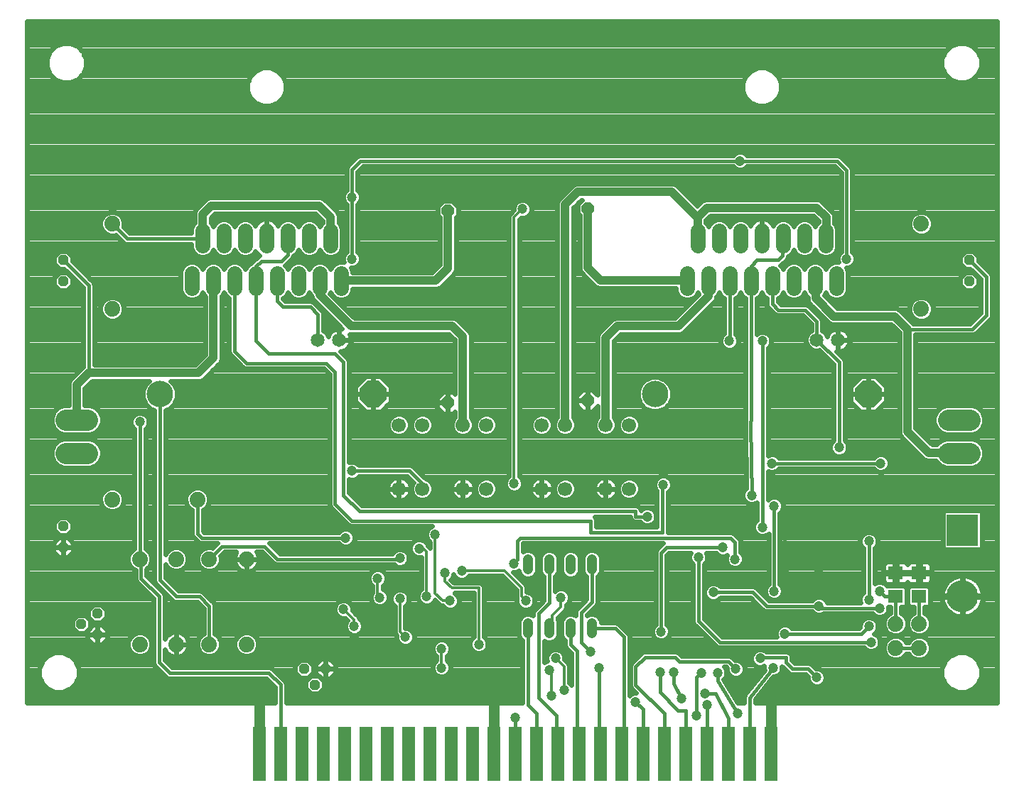
<source format=gbl>
G75*
G70*
%OFA0B0*%
%FSLAX24Y24*%
%IPPOS*%
%LPD*%
%AMOC8*
5,1,8,0,0,1.08239X$1,22.5*
%
%ADD10C,0.0709*%
%ADD11C,0.1004*%
%ADD12C,0.0669*%
%ADD13OC8,0.0480*%
%ADD14C,0.0740*%
%ADD15OC8,0.0600*%
%ADD16C,0.0650*%
%ADD17C,0.1240*%
%ADD18OC8,0.1240*%
%ADD19R,0.1500X0.1500*%
%ADD20C,0.1500*%
%ADD21R,0.0600X0.2550*%
%ADD22C,0.0480*%
%ADD23R,0.0709X0.0630*%
%ADD24C,0.0160*%
%ADD25C,0.0472*%
%ADD26C,0.0400*%
%ADD27C,0.0320*%
%ADD28C,0.0240*%
%ADD29C,0.0500*%
%ADD30C,0.0120*%
D10*
X008224Y025652D02*
X008224Y026360D01*
X009224Y026360D02*
X009224Y025652D01*
X010224Y025652D02*
X010224Y026360D01*
X011224Y026360D02*
X011224Y025652D01*
X012224Y025652D02*
X012224Y026360D01*
X013224Y026360D02*
X013224Y025652D01*
X014224Y025652D02*
X014224Y026360D01*
X015224Y026360D02*
X015224Y025652D01*
X014724Y027652D02*
X014724Y028360D01*
X013724Y028360D02*
X013724Y027652D01*
X012724Y027652D02*
X012724Y028360D01*
X011724Y028360D02*
X011724Y027652D01*
X010724Y027652D02*
X010724Y028360D01*
X009724Y028360D02*
X009724Y027652D01*
X008724Y027652D02*
X008724Y028360D01*
X031453Y026360D02*
X031453Y025652D01*
X032453Y025652D02*
X032453Y026360D01*
X033453Y026360D02*
X033453Y025652D01*
X034453Y025652D02*
X034453Y026360D01*
X035453Y026360D02*
X035453Y025652D01*
X036453Y025652D02*
X036453Y026360D01*
X037453Y026360D02*
X037453Y025652D01*
X038453Y025652D02*
X038453Y026360D01*
X037953Y027652D02*
X037953Y028360D01*
X036953Y028360D02*
X036953Y027652D01*
X035953Y027652D02*
X035953Y028360D01*
X034953Y028360D02*
X034953Y027652D01*
X033953Y027652D02*
X033953Y028360D01*
X032953Y028360D02*
X032953Y027652D01*
X031953Y027652D02*
X031953Y028360D01*
D11*
X043716Y019471D02*
X044720Y019471D01*
X044720Y017911D02*
X043716Y017911D01*
X003323Y017911D02*
X002319Y017911D01*
X002319Y019471D02*
X003323Y019471D01*
D12*
X017934Y019241D03*
X019034Y019241D03*
X020934Y019241D03*
X022034Y019241D03*
X024634Y019241D03*
X025734Y019241D03*
X027634Y019241D03*
X028734Y019241D03*
X028734Y016241D03*
X027634Y016241D03*
X025734Y016241D03*
X024634Y016241D03*
X022034Y016241D03*
X020934Y016241D03*
X019034Y016241D03*
X017934Y016241D03*
D13*
X014484Y007791D03*
X013984Y007041D03*
X013484Y007791D03*
X003784Y009391D03*
X003034Y009891D03*
X003784Y010391D03*
X002184Y013491D03*
X002184Y014491D03*
X002184Y025991D03*
X002184Y026991D03*
X044684Y026991D03*
X044684Y025991D03*
D14*
X042434Y024691D03*
X042434Y028691D03*
X042334Y009911D03*
X041234Y009911D03*
X041234Y008771D03*
X042334Y008771D03*
X010784Y008941D03*
X009034Y008941D03*
X007484Y008941D03*
X005784Y008941D03*
X005784Y012941D03*
X007484Y012941D03*
X009034Y012941D03*
X010784Y012941D03*
X008484Y015741D03*
X004484Y015741D03*
X004484Y024691D03*
X004484Y028691D03*
D15*
X020234Y029291D03*
X026784Y029391D03*
X026784Y020391D03*
X020234Y020291D03*
D16*
X015134Y023241D03*
X014134Y023241D03*
X037534Y023241D03*
X038534Y023241D03*
D17*
X029944Y020691D03*
X006724Y020691D03*
D18*
X016724Y020691D03*
X039944Y020691D03*
D19*
X044369Y014311D03*
D20*
X044369Y011206D03*
D21*
X035378Y003800D03*
X034378Y003800D03*
X033378Y003800D03*
X032378Y003800D03*
X031378Y003800D03*
X030378Y003800D03*
X029378Y003800D03*
X028378Y003800D03*
X027378Y003800D03*
X026378Y003800D03*
X025378Y003800D03*
X024378Y003800D03*
X023378Y003800D03*
X022378Y003800D03*
X021378Y003800D03*
X020378Y003800D03*
X019378Y003800D03*
X018378Y003800D03*
X017378Y003800D03*
X016378Y003800D03*
X015378Y003800D03*
X014378Y003800D03*
X013378Y003800D03*
X012378Y003800D03*
X011378Y003800D03*
D22*
X023984Y009451D02*
X023984Y009931D01*
X024984Y009931D02*
X024984Y009451D01*
X025984Y009451D02*
X025984Y009931D01*
X026984Y009931D02*
X026984Y009451D01*
X026984Y012451D02*
X026984Y012931D01*
X025984Y012931D02*
X025984Y012451D01*
X024984Y012451D02*
X024984Y012931D01*
X023984Y012931D02*
X023984Y012451D01*
D23*
X041234Y012292D03*
X042334Y012292D03*
X042334Y011190D03*
X041234Y011190D03*
D24*
X040735Y011190D01*
X040484Y011441D01*
X039984Y011041D02*
X039984Y013791D01*
X041234Y012292D02*
X042334Y012292D01*
X042334Y011190D02*
X042334Y009911D01*
X041234Y009911D02*
X041234Y011190D01*
X040484Y010641D02*
X037734Y010641D01*
X037634Y010741D01*
X035184Y010741D01*
X034534Y011391D01*
X032684Y011391D01*
X031984Y010041D02*
X032984Y009041D01*
X040084Y009041D01*
X039634Y009441D02*
X036034Y009441D01*
X036084Y008341D02*
X034934Y008341D01*
X034884Y008291D01*
X035484Y007841D02*
X034384Y006441D01*
X034384Y003806D01*
X034378Y003800D01*
X033378Y003800D02*
X033378Y005447D01*
X032784Y006641D01*
X032284Y006641D01*
X032884Y007241D02*
X033834Y005691D01*
X032384Y006091D02*
X032384Y003806D01*
X032378Y003800D01*
X031384Y003806D02*
X031378Y003800D01*
X031384Y003806D02*
X031384Y005841D01*
X031034Y005841D01*
X030184Y006691D01*
X030184Y007641D01*
X030834Y007641D02*
X030834Y007091D01*
X031184Y006391D01*
X031884Y005591D02*
X031884Y007391D01*
X032134Y007591D01*
X032884Y007591D02*
X032884Y007241D01*
X033734Y007791D02*
X033384Y008141D01*
X031084Y008141D01*
X030884Y008341D01*
X029484Y008341D01*
X029034Y007891D01*
X029034Y007035D01*
X030378Y005691D01*
X030378Y003800D01*
X030384Y003806D01*
X029378Y003800D02*
X029378Y005897D01*
X029034Y006241D01*
X027334Y007841D02*
X027334Y003844D01*
X027378Y003800D01*
X028378Y003800D02*
X028484Y003906D01*
X028484Y009291D01*
X028084Y009691D01*
X026984Y009691D01*
X026484Y009041D02*
X026484Y010441D01*
X026984Y010941D01*
X026984Y012691D01*
X026934Y014191D02*
X030284Y014191D01*
X030284Y016391D01*
X030334Y016441D01*
X029034Y015191D02*
X029034Y015141D01*
X028984Y015191D01*
X016084Y015191D01*
X015334Y015941D01*
X015334Y022191D01*
X014934Y022591D01*
X011834Y022591D01*
X011224Y023201D01*
X011224Y026006D01*
X011224Y026681D01*
X011484Y026941D01*
X012434Y026941D01*
X012734Y027241D01*
X012734Y027996D01*
X012724Y028006D01*
X012224Y026006D02*
X012224Y025051D01*
X012484Y024791D01*
X013784Y024791D01*
X014134Y024441D01*
X014134Y023241D01*
X014534Y022141D02*
X014934Y021741D01*
X014934Y015541D01*
X015734Y014741D01*
X026934Y014741D01*
X026934Y014191D01*
X029034Y014941D02*
X029584Y014941D01*
X029034Y014941D02*
X029034Y015141D01*
X030484Y013491D02*
X030234Y013241D01*
X030234Y009541D01*
X031984Y010041D02*
X031984Y013041D01*
X033134Y013491D02*
X030484Y013491D01*
X033484Y013941D02*
X033694Y013731D01*
X033694Y012941D01*
X033484Y013941D02*
X023634Y013941D01*
X023484Y013791D01*
X023484Y012941D01*
X023334Y012741D01*
X024984Y012691D02*
X024984Y010891D01*
X024484Y010391D01*
X024484Y006441D01*
X025334Y005591D01*
X025334Y003844D01*
X025378Y003800D01*
X024384Y003806D02*
X024378Y003800D01*
X024384Y003806D02*
X024384Y005691D01*
X023984Y006091D01*
X023984Y009691D01*
X025984Y009691D02*
X025984Y008941D01*
X026284Y008641D01*
X026284Y004441D01*
X026434Y004291D01*
X028378Y003800D02*
X028384Y003806D01*
X023384Y003806D02*
X023378Y003800D01*
X023384Y003806D02*
X023384Y005491D01*
X026484Y009041D02*
X026934Y008591D01*
X034984Y014441D02*
X034984Y023191D01*
X035734Y024641D02*
X036984Y024641D01*
X037534Y024091D01*
X037534Y023241D01*
X038584Y022191D01*
X038584Y018191D01*
X040534Y017441D02*
X035434Y017441D01*
X034484Y015941D02*
X034434Y019291D01*
X034453Y019560D01*
X034453Y026006D01*
X034453Y026710D01*
X034734Y026991D01*
X035734Y026991D01*
X035934Y027191D01*
X035934Y027987D01*
X035953Y028006D01*
X035453Y026006D02*
X035453Y024923D01*
X035734Y024641D01*
X033453Y026006D02*
X033453Y023210D01*
X033434Y023191D01*
X038934Y027041D02*
X038934Y031191D01*
X038484Y031641D01*
X033934Y031641D01*
X016134Y031641D01*
X015734Y031241D01*
X015734Y029941D01*
X015734Y027041D01*
X010224Y026006D02*
X010224Y022701D01*
X010784Y022141D01*
X014534Y022141D01*
X015734Y017091D02*
X018434Y017091D01*
X019034Y016491D01*
X019034Y016241D01*
X015434Y013941D02*
X008684Y013941D01*
X008484Y014141D01*
X008484Y015741D01*
X009634Y013541D02*
X009034Y012941D01*
X009634Y013541D02*
X011634Y013541D01*
X012234Y012941D01*
X017934Y012941D01*
X017984Y012991D01*
X012378Y007047D02*
X011834Y007591D01*
X007184Y007591D01*
X006684Y008091D01*
X006684Y011191D01*
X005834Y012041D01*
X005834Y012891D01*
X005784Y012941D01*
X005784Y019391D01*
X006724Y020691D02*
X006724Y011951D01*
X007484Y011191D01*
X008584Y011191D01*
X009034Y010741D01*
X009034Y008941D01*
X012378Y007047D02*
X012378Y003800D01*
X035534Y011441D02*
X035534Y015441D01*
X036034Y014441D02*
X036034Y012441D01*
X039634Y009441D02*
X039984Y009791D01*
X041234Y008771D02*
X042334Y008771D01*
X037534Y007391D02*
X037134Y007791D01*
X036384Y007791D01*
X036084Y008091D01*
X036084Y008341D01*
X041784Y023741D02*
X044834Y023741D01*
X045484Y024391D01*
X045484Y026191D01*
X044684Y026991D01*
X008724Y028006D02*
X005199Y028006D01*
X005184Y027991D01*
X004484Y028691D01*
X002184Y026991D02*
X003384Y025791D01*
X003384Y021691D01*
D25*
X005784Y019391D03*
X015434Y013941D03*
X016934Y012041D03*
X017984Y012991D03*
X018884Y013441D03*
X019634Y014091D03*
X020884Y012391D03*
X020084Y012291D03*
X020334Y010991D03*
X019234Y011191D03*
X017984Y011091D03*
X017034Y011141D03*
X015334Y010591D03*
X015834Y009791D03*
X018234Y009291D03*
X019934Y008741D03*
X019934Y007841D03*
X021684Y008941D03*
X023884Y010991D03*
X025534Y011141D03*
X023334Y012741D03*
X023334Y016491D03*
X029584Y014941D03*
X030334Y016441D03*
X033134Y013491D03*
X033694Y012941D03*
X034534Y011991D03*
X035534Y011441D03*
X036034Y012441D03*
X037634Y012491D03*
X038334Y011891D03*
X037634Y010741D03*
X036034Y009441D03*
X036784Y008341D03*
X037534Y007391D03*
X035484Y007841D03*
X034884Y008291D03*
X033734Y007791D03*
X032884Y007591D03*
X032134Y007591D03*
X032284Y006641D03*
X032384Y006091D03*
X031884Y005591D03*
X031184Y006391D03*
X030834Y007641D03*
X030184Y007641D03*
X029034Y006241D03*
X027334Y007841D03*
X026934Y008591D03*
X025284Y008291D03*
X024984Y007741D03*
X025684Y006791D03*
X025084Y006541D03*
X023384Y005491D03*
X030234Y009541D03*
X030484Y008941D03*
X032684Y011391D03*
X031984Y013041D03*
X034984Y014441D03*
X036034Y014441D03*
X035534Y015441D03*
X034484Y015941D03*
X035434Y017441D03*
X038584Y018191D03*
X040534Y017441D03*
X039984Y013791D03*
X040484Y011441D03*
X039984Y011041D03*
X040484Y010641D03*
X039984Y009791D03*
X040084Y009041D03*
X033834Y005691D03*
X015734Y017091D03*
X015734Y027041D03*
X015734Y029941D03*
X023734Y029391D03*
X033434Y023191D03*
X034984Y023191D03*
X038934Y027041D03*
X033934Y031641D03*
D26*
X032384Y029441D02*
X037534Y029441D01*
X037984Y028991D01*
X037984Y028037D01*
X037953Y028006D01*
X037453Y026006D02*
X037484Y025974D01*
X037484Y025191D01*
X038334Y024341D01*
X041184Y024341D01*
X041784Y023741D01*
X041784Y018941D01*
X042784Y017941D01*
X044188Y017941D01*
X044218Y017911D01*
X032453Y025291D02*
X032453Y026006D01*
X032453Y025291D02*
X031053Y023891D01*
X028184Y023891D01*
X027634Y023341D01*
X027634Y019241D01*
X025734Y019241D02*
X025734Y029591D01*
X026334Y030191D01*
X030734Y030191D01*
X031953Y028973D01*
X031953Y028006D01*
X031953Y029010D01*
X032384Y029441D01*
X031417Y026041D02*
X027384Y026041D01*
X026784Y026641D01*
X026784Y029391D01*
X031417Y026041D02*
X031453Y026006D01*
X020934Y023391D02*
X020934Y019241D01*
X020934Y023391D02*
X020434Y023891D01*
X015684Y023891D01*
X014224Y025351D01*
X014224Y026006D01*
X015224Y026006D02*
X015232Y026014D01*
X019657Y026014D01*
X020234Y026591D01*
X020234Y029291D01*
X014724Y029001D02*
X014724Y028006D01*
X014724Y029001D02*
X014184Y029541D01*
X009134Y029541D01*
X008724Y029131D01*
X008724Y028006D01*
X009224Y026006D02*
X009234Y025996D01*
X009234Y022391D01*
X008534Y021691D01*
X003384Y021691D01*
X002821Y021128D01*
X002821Y019471D01*
D27*
X014224Y026006D02*
X014234Y025996D01*
D28*
X000484Y038191D02*
X000484Y006191D01*
X012118Y006191D01*
X012118Y006940D01*
X011726Y007331D01*
X007132Y007331D01*
X007037Y007371D01*
X006537Y007871D01*
X006464Y007944D01*
X006424Y008039D01*
X006424Y011083D01*
X005687Y011821D01*
X005614Y011894D01*
X005574Y011989D01*
X005574Y012433D01*
X005472Y012475D01*
X005318Y012629D01*
X005234Y012832D01*
X005234Y013050D01*
X005318Y013253D01*
X005472Y013407D01*
X005524Y013429D01*
X005524Y019062D01*
X005431Y019155D01*
X005368Y019308D01*
X005368Y019474D01*
X005431Y019627D01*
X005548Y019744D01*
X005701Y019807D01*
X005867Y019807D01*
X006020Y019744D01*
X006137Y019627D01*
X006200Y019474D01*
X006200Y019308D01*
X006137Y019155D01*
X006044Y019062D01*
X006044Y013429D01*
X006096Y013407D01*
X006250Y013253D01*
X006334Y013050D01*
X006334Y012832D01*
X006250Y012629D01*
X006096Y012475D01*
X006094Y012474D01*
X006094Y012149D01*
X006904Y011338D01*
X006944Y011243D01*
X006944Y009181D01*
X006979Y009250D01*
X007034Y009325D01*
X007100Y009391D01*
X007175Y009446D01*
X007258Y009488D01*
X007346Y009516D01*
X007438Y009531D01*
X007484Y009531D01*
X007484Y008941D01*
X007484Y008941D01*
X007484Y008351D01*
X007438Y008351D01*
X007346Y008366D01*
X007258Y008394D01*
X007175Y008436D01*
X007100Y008491D01*
X007034Y008557D01*
X006979Y008632D01*
X006944Y008701D01*
X006944Y008199D01*
X007292Y007851D01*
X011886Y007851D01*
X011981Y007811D01*
X012054Y007738D01*
X012598Y007195D01*
X012638Y007099D01*
X012638Y006191D01*
X023724Y006191D01*
X023724Y009117D01*
X023628Y009213D01*
X023564Y009367D01*
X023564Y010015D01*
X023628Y010169D01*
X023746Y010287D01*
X023900Y010351D01*
X024068Y010351D01*
X024222Y010287D01*
X024224Y010285D01*
X024224Y010443D01*
X024264Y010538D01*
X024337Y010611D01*
X024724Y010999D01*
X024724Y012117D01*
X024628Y012213D01*
X024564Y012367D01*
X024564Y013015D01*
X024628Y013169D01*
X024746Y013287D01*
X024900Y013351D01*
X025068Y013351D01*
X025222Y013287D01*
X025340Y013169D01*
X025404Y013015D01*
X025404Y012367D01*
X025340Y012213D01*
X025244Y012117D01*
X025244Y011440D01*
X025298Y011494D01*
X025451Y011557D01*
X025617Y011557D01*
X025770Y011494D01*
X025887Y011377D01*
X025950Y011224D01*
X025950Y011058D01*
X025887Y010905D01*
X025774Y010792D01*
X025774Y010643D01*
X025737Y010555D01*
X025374Y010192D01*
X025374Y010087D01*
X025404Y010015D01*
X025404Y009367D01*
X025340Y009213D01*
X025222Y009095D01*
X025068Y009031D01*
X024900Y009031D01*
X024746Y009095D01*
X024744Y009097D01*
X024744Y008090D01*
X024748Y008094D01*
X024891Y008153D01*
X024868Y008208D01*
X024868Y008374D01*
X024931Y008527D01*
X025048Y008644D01*
X025201Y008707D01*
X025367Y008707D01*
X025520Y008644D01*
X025637Y008527D01*
X025700Y008374D01*
X025700Y008214D01*
X025820Y008094D01*
X025820Y008094D01*
X025887Y008027D01*
X025924Y007939D01*
X025924Y007140D01*
X026024Y007040D01*
X026024Y008533D01*
X025764Y008794D01*
X025724Y008889D01*
X025724Y009117D01*
X025628Y009213D01*
X025564Y009367D01*
X025564Y010015D01*
X025628Y010169D01*
X025746Y010287D01*
X025900Y010351D01*
X026068Y010351D01*
X026222Y010287D01*
X026224Y010285D01*
X026224Y010493D01*
X026264Y010588D01*
X026337Y010661D01*
X026724Y011049D01*
X026724Y012117D01*
X026628Y012213D01*
X026564Y012367D01*
X026564Y013015D01*
X026628Y013169D01*
X026746Y013287D01*
X026900Y013351D01*
X027068Y013351D01*
X027222Y013287D01*
X027340Y013169D01*
X027404Y013015D01*
X027404Y012367D01*
X027340Y012213D01*
X027244Y012117D01*
X027244Y010889D01*
X027204Y010794D01*
X026744Y010333D01*
X026744Y010285D01*
X026746Y010287D01*
X026900Y010351D01*
X027068Y010351D01*
X027222Y010287D01*
X027340Y010169D01*
X027404Y010015D01*
X027404Y009951D01*
X028136Y009951D01*
X028231Y009911D01*
X028631Y009511D01*
X028704Y009438D01*
X028744Y009343D01*
X028744Y006540D01*
X028798Y006594D01*
X028951Y006657D01*
X029044Y006657D01*
X028814Y006887D01*
X028774Y006983D01*
X028774Y007943D01*
X028814Y008038D01*
X028887Y008111D01*
X029337Y008561D01*
X029432Y008601D01*
X030936Y008601D01*
X031031Y008561D01*
X031104Y008488D01*
X031104Y008488D01*
X031192Y008401D01*
X033436Y008401D01*
X033531Y008361D01*
X033604Y008288D01*
X033604Y008288D01*
X033685Y008207D01*
X033817Y008207D01*
X033970Y008144D01*
X034087Y008027D01*
X034150Y007874D01*
X034150Y007708D01*
X034087Y007555D01*
X033970Y007438D01*
X033817Y007375D01*
X033651Y007375D01*
X033498Y007438D01*
X033381Y007555D01*
X033318Y007708D01*
X033318Y007840D01*
X033276Y007881D01*
X033183Y007881D01*
X033237Y007827D01*
X033300Y007674D01*
X033300Y007508D01*
X033237Y007355D01*
X033164Y007282D01*
X033833Y006191D01*
X034124Y006191D01*
X034124Y006425D01*
X034120Y006461D01*
X034124Y006477D01*
X034124Y006493D01*
X034138Y006526D01*
X034148Y006561D01*
X034157Y006574D01*
X034164Y006588D01*
X034189Y006614D01*
X035075Y007741D01*
X035068Y007758D01*
X035068Y007917D01*
X034967Y007875D01*
X034801Y007875D01*
X034648Y007938D01*
X034531Y008055D01*
X034468Y008208D01*
X034468Y008374D01*
X034531Y008527D01*
X034648Y008644D01*
X034801Y008707D01*
X034967Y008707D01*
X035120Y008644D01*
X035163Y008601D01*
X036136Y008601D01*
X036231Y008561D01*
X036304Y008488D01*
X036344Y008393D01*
X036344Y008199D01*
X036492Y008051D01*
X037186Y008051D01*
X037281Y008011D01*
X037354Y007938D01*
X037485Y007807D01*
X037617Y007807D01*
X037770Y007744D01*
X037887Y007627D01*
X037950Y007474D01*
X037950Y007308D01*
X037887Y007155D01*
X037770Y007038D01*
X037617Y006975D01*
X037451Y006975D01*
X037298Y007038D01*
X037181Y007155D01*
X037118Y007308D01*
X037118Y007440D01*
X037026Y007531D01*
X036332Y007531D01*
X036237Y007571D01*
X035937Y007871D01*
X035900Y007907D01*
X035900Y007758D01*
X035837Y007605D01*
X035720Y007488D01*
X035567Y007425D01*
X035488Y007425D01*
X034644Y006351D01*
X034644Y006191D01*
X045984Y006191D01*
X045984Y038191D01*
X000484Y038191D01*
X000484Y038035D02*
X045984Y038035D01*
X045984Y037797D02*
X000484Y037797D01*
X000484Y037558D02*
X045984Y037558D01*
X045984Y037320D02*
X000484Y037320D01*
X000484Y037081D02*
X001950Y037081D01*
X001803Y037020D02*
X001544Y036762D01*
X001404Y036423D01*
X001404Y036057D01*
X001544Y035719D01*
X001803Y035460D01*
X002141Y035320D01*
X002507Y035320D01*
X002845Y035460D01*
X003104Y035719D01*
X003244Y036057D01*
X003244Y036423D01*
X003104Y036762D01*
X002845Y037020D01*
X002507Y037160D01*
X002141Y037160D01*
X001803Y037020D01*
X001625Y036843D02*
X000484Y036843D01*
X000484Y036604D02*
X001479Y036604D01*
X001404Y036366D02*
X000484Y036366D01*
X000484Y036127D02*
X001404Y036127D01*
X001474Y035889D02*
X000484Y035889D01*
X000484Y035650D02*
X001614Y035650D01*
X001921Y035412D02*
X000484Y035412D01*
X000484Y035173D02*
X010824Y035173D01*
X010824Y035295D02*
X010824Y034937D01*
X010961Y034606D01*
X011214Y034353D01*
X011545Y034216D01*
X011903Y034216D01*
X012234Y034353D01*
X012487Y034606D01*
X012624Y034937D01*
X012624Y035295D01*
X012487Y035626D01*
X012234Y035879D01*
X011903Y036016D01*
X011545Y036016D01*
X011214Y035879D01*
X010961Y035626D01*
X010824Y035295D01*
X010873Y035412D02*
X002727Y035412D01*
X003035Y035650D02*
X010986Y035650D01*
X011238Y035889D02*
X003174Y035889D01*
X003244Y036127D02*
X043403Y036127D01*
X043403Y036057D02*
X043543Y035719D01*
X043801Y035460D01*
X044140Y035320D01*
X044506Y035320D01*
X044844Y035460D01*
X045103Y035719D01*
X045243Y036057D01*
X045243Y036423D01*
X045103Y036762D01*
X044844Y037020D01*
X044506Y037160D01*
X044140Y037160D01*
X043801Y037020D01*
X043543Y036762D01*
X043403Y036423D01*
X043403Y036057D01*
X043473Y035889D02*
X035439Y035889D01*
X035462Y035879D02*
X035132Y036016D01*
X034774Y036016D01*
X034443Y035879D01*
X034190Y035626D01*
X034053Y035295D01*
X034053Y034937D01*
X034190Y034606D01*
X034443Y034353D01*
X034774Y034216D01*
X035132Y034216D01*
X035462Y034353D01*
X035715Y034606D01*
X035852Y034937D01*
X035852Y035295D01*
X035715Y035626D01*
X035462Y035879D01*
X035691Y035650D02*
X043612Y035650D01*
X043920Y035412D02*
X035804Y035412D01*
X035852Y035173D02*
X045984Y035173D01*
X045984Y034935D02*
X035852Y034935D01*
X035753Y034696D02*
X045984Y034696D01*
X045984Y034458D02*
X035567Y034458D01*
X035139Y034219D02*
X045984Y034219D01*
X045984Y033981D02*
X000484Y033981D01*
X000484Y034219D02*
X011538Y034219D01*
X011911Y034219D02*
X034766Y034219D01*
X034338Y034458D02*
X012339Y034458D01*
X012524Y034696D02*
X034152Y034696D01*
X034054Y034935D02*
X012623Y034935D01*
X012624Y035173D02*
X034053Y035173D01*
X034101Y035412D02*
X012576Y035412D01*
X012463Y035650D02*
X034214Y035650D01*
X034466Y035889D02*
X012210Y035889D01*
X010825Y034935D02*
X000484Y034935D01*
X000484Y034696D02*
X010924Y034696D01*
X011110Y034458D02*
X000484Y034458D01*
X000484Y033742D02*
X045984Y033742D01*
X045984Y033504D02*
X000484Y033504D01*
X000484Y033265D02*
X045984Y033265D01*
X045984Y033027D02*
X000484Y033027D01*
X000484Y032788D02*
X045984Y032788D01*
X045984Y032550D02*
X000484Y032550D01*
X000484Y032311D02*
X045984Y032311D01*
X045984Y032073D02*
X000484Y032073D01*
X000484Y031834D02*
X015959Y031834D01*
X015987Y031861D02*
X015914Y031788D01*
X015514Y031388D01*
X015474Y031293D01*
X015474Y030270D01*
X015381Y030177D01*
X015318Y030024D01*
X015318Y029858D01*
X015381Y029705D01*
X015474Y029612D01*
X015474Y027370D01*
X015381Y027277D01*
X015318Y027124D01*
X015318Y026958D01*
X015347Y026888D01*
X015330Y026895D01*
X015118Y026895D01*
X014921Y026813D01*
X014771Y026663D01*
X014724Y026549D01*
X014677Y026663D01*
X014527Y026813D01*
X014330Y026895D01*
X014118Y026895D01*
X013921Y026813D01*
X013771Y026663D01*
X013724Y026549D01*
X013677Y026663D01*
X013527Y026813D01*
X013330Y026895D01*
X013118Y026895D01*
X012921Y026813D01*
X012771Y026663D01*
X012724Y026549D01*
X012677Y026663D01*
X012600Y026740D01*
X012881Y027021D01*
X012954Y027094D01*
X012992Y027184D01*
X013027Y027199D01*
X013177Y027349D01*
X013224Y027462D01*
X013271Y027349D01*
X013421Y027199D01*
X013618Y027117D01*
X013830Y027117D01*
X014027Y027199D01*
X014177Y027349D01*
X014224Y027462D01*
X014271Y027349D01*
X014421Y027199D01*
X014618Y027117D01*
X014830Y027117D01*
X015027Y027199D01*
X015177Y027349D01*
X015259Y027545D01*
X015259Y028467D01*
X015177Y028663D01*
X015104Y028736D01*
X015104Y029076D01*
X015046Y029216D01*
X014506Y029756D01*
X014399Y029863D01*
X014260Y029921D01*
X009058Y029921D01*
X008919Y029863D01*
X008509Y029453D01*
X008402Y029346D01*
X008344Y029207D01*
X008344Y028736D01*
X008271Y028663D01*
X008190Y028467D01*
X008190Y028266D01*
X005277Y028266D01*
X005013Y028530D01*
X005034Y028582D01*
X005034Y028800D01*
X004950Y029003D01*
X004796Y029157D01*
X004593Y029241D01*
X004375Y029241D01*
X004172Y029157D01*
X004018Y029003D01*
X003934Y028800D01*
X003934Y028582D01*
X004018Y028379D01*
X004172Y028225D01*
X004375Y028141D01*
X004593Y028141D01*
X004645Y028162D01*
X004964Y027844D01*
X005037Y027771D01*
X005132Y027731D01*
X005236Y027731D01*
X005272Y027746D01*
X008190Y027746D01*
X008190Y027545D01*
X008271Y027349D01*
X008421Y027199D01*
X008618Y027117D01*
X008830Y027117D01*
X009027Y027199D01*
X009177Y027349D01*
X009224Y027462D01*
X009271Y027349D01*
X009421Y027199D01*
X009618Y027117D01*
X009830Y027117D01*
X010027Y027199D01*
X010177Y027349D01*
X010224Y027462D01*
X010271Y027349D01*
X010421Y027199D01*
X010618Y027117D01*
X010830Y027117D01*
X011027Y027199D01*
X011177Y027349D01*
X011203Y027410D01*
X011233Y027351D01*
X011286Y027278D01*
X011350Y027214D01*
X011391Y027184D01*
X011337Y027161D01*
X011264Y027088D01*
X011036Y026861D01*
X010921Y026813D01*
X010771Y026663D01*
X010724Y026549D01*
X010677Y026663D01*
X010527Y026813D01*
X010330Y026895D01*
X010118Y026895D01*
X009921Y026813D01*
X009771Y026663D01*
X009724Y026549D01*
X009677Y026663D01*
X009527Y026813D01*
X009330Y026895D01*
X009118Y026895D01*
X008921Y026813D01*
X008771Y026663D01*
X008724Y026549D01*
X008677Y026663D01*
X008527Y026813D01*
X008330Y026895D01*
X008118Y026895D01*
X007921Y026813D01*
X007771Y026663D01*
X007690Y026467D01*
X007690Y025545D01*
X007771Y025349D01*
X007921Y025199D01*
X008118Y025117D01*
X008330Y025117D01*
X008527Y025199D01*
X008677Y025349D01*
X008724Y025462D01*
X008771Y025349D01*
X008854Y025266D01*
X008854Y022548D01*
X008377Y022071D01*
X003644Y022071D01*
X003644Y025843D01*
X003604Y025938D01*
X002604Y026939D01*
X002604Y027165D01*
X002358Y027411D01*
X002010Y027411D01*
X001764Y027165D01*
X001764Y026817D01*
X002010Y026571D01*
X002236Y026571D01*
X003124Y025683D01*
X003124Y021968D01*
X003062Y021906D01*
X002499Y021344D01*
X002441Y021204D01*
X002441Y020153D01*
X002184Y020153D01*
X001933Y020049D01*
X001741Y019857D01*
X001637Y019606D01*
X001637Y019335D01*
X001741Y019084D01*
X001933Y018892D01*
X002184Y018789D01*
X003459Y018789D01*
X003710Y018892D01*
X003902Y019084D01*
X004005Y019335D01*
X004005Y019606D01*
X003902Y019857D01*
X003710Y020049D01*
X003459Y020153D01*
X003201Y020153D01*
X003201Y020971D01*
X003541Y021311D01*
X006213Y021311D01*
X006046Y021144D01*
X005924Y020850D01*
X005924Y020532D01*
X006046Y020238D01*
X006271Y020013D01*
X006464Y019933D01*
X006464Y011899D01*
X006504Y011804D01*
X007264Y011044D01*
X007337Y010971D01*
X007432Y010931D01*
X008476Y010931D01*
X008774Y010633D01*
X008774Y009429D01*
X008722Y009407D01*
X008568Y009253D01*
X008484Y009050D01*
X008484Y008832D01*
X008568Y008629D01*
X008722Y008475D01*
X008925Y008391D01*
X009143Y008391D01*
X009346Y008475D01*
X009500Y008629D01*
X009584Y008832D01*
X009584Y009050D01*
X009500Y009253D01*
X009346Y009407D01*
X009294Y009429D01*
X009294Y010793D01*
X009254Y010888D01*
X009181Y010961D01*
X008731Y011411D01*
X008636Y011451D01*
X007592Y011451D01*
X006984Y012059D01*
X006984Y012711D01*
X007018Y012629D01*
X007172Y012475D01*
X007375Y012391D01*
X007593Y012391D01*
X007796Y012475D01*
X007950Y012629D01*
X008034Y012832D01*
X008034Y013050D01*
X007950Y013253D01*
X007796Y013407D01*
X007593Y013491D01*
X007375Y013491D01*
X007172Y013407D01*
X007018Y013253D01*
X006984Y013171D01*
X006984Y019933D01*
X007177Y020013D01*
X007402Y020238D01*
X007524Y020532D01*
X007524Y020850D01*
X007402Y021144D01*
X007235Y021311D01*
X008610Y021311D01*
X008749Y021369D01*
X009449Y022069D01*
X009556Y022176D01*
X009614Y022315D01*
X009614Y025286D01*
X009677Y025349D01*
X009724Y025462D01*
X009771Y025349D01*
X009921Y025199D01*
X009964Y025181D01*
X009964Y022649D01*
X010004Y022554D01*
X010564Y021994D01*
X010637Y021921D01*
X010732Y021881D01*
X014426Y021881D01*
X014674Y021633D01*
X014674Y015489D01*
X014714Y015394D01*
X015514Y014594D01*
X015587Y014521D01*
X015682Y014481D01*
X019488Y014481D01*
X019398Y014444D01*
X019281Y014327D01*
X019218Y014174D01*
X019218Y014008D01*
X019281Y013855D01*
X019394Y013742D01*
X019394Y013470D01*
X019287Y013577D01*
X019272Y013593D01*
X019237Y013677D01*
X019120Y013794D01*
X018967Y013857D01*
X018801Y013857D01*
X018648Y013794D01*
X018531Y013677D01*
X018468Y013524D01*
X018468Y013358D01*
X018531Y013205D01*
X018648Y013088D01*
X018801Y013025D01*
X018967Y013025D01*
X018994Y013036D01*
X018994Y011540D01*
X018881Y011427D01*
X018818Y011274D01*
X018818Y011108D01*
X018881Y010955D01*
X018998Y010838D01*
X019151Y010775D01*
X019317Y010775D01*
X019470Y010838D01*
X019587Y010955D01*
X019614Y011021D01*
X019848Y010788D01*
X019936Y010751D01*
X019985Y010751D01*
X020098Y010638D01*
X020251Y010575D01*
X020417Y010575D01*
X020570Y010638D01*
X020687Y010755D01*
X020750Y010908D01*
X020750Y011074D01*
X020687Y011227D01*
X020570Y011344D01*
X020553Y011351D01*
X021444Y011351D01*
X021444Y009290D01*
X021331Y009177D01*
X021268Y009024D01*
X021268Y008858D01*
X021331Y008705D01*
X021448Y008588D01*
X021601Y008525D01*
X021767Y008525D01*
X021920Y008588D01*
X022037Y008705D01*
X022100Y008858D01*
X022100Y009024D01*
X022037Y009177D01*
X021924Y009290D01*
X021924Y011639D01*
X021887Y011727D01*
X021820Y011794D01*
X021732Y011831D01*
X020523Y011831D01*
X020356Y011974D01*
X020437Y012055D01*
X020500Y012208D01*
X020500Y012230D01*
X020531Y012155D01*
X020648Y012038D01*
X020801Y011975D01*
X020967Y011975D01*
X021120Y012038D01*
X021233Y012151D01*
X022785Y012151D01*
X023444Y011492D01*
X023444Y011143D01*
X023470Y011080D01*
X023468Y011074D01*
X023468Y010908D01*
X023531Y010755D01*
X023648Y010638D01*
X023801Y010575D01*
X023967Y010575D01*
X024120Y010638D01*
X024237Y010755D01*
X024300Y010908D01*
X024300Y011074D01*
X024237Y011227D01*
X024120Y011344D01*
X023967Y011407D01*
X023924Y011407D01*
X023924Y011639D01*
X023887Y011727D01*
X023820Y011794D01*
X023290Y012325D01*
X023417Y012325D01*
X023564Y012386D01*
X023564Y012367D01*
X023628Y012213D01*
X023746Y012095D01*
X023900Y012031D01*
X024068Y012031D01*
X024222Y012095D01*
X024340Y012213D01*
X024404Y012367D01*
X024404Y013015D01*
X024340Y013169D01*
X024222Y013287D01*
X024068Y013351D01*
X023900Y013351D01*
X023746Y013287D01*
X023744Y013285D01*
X023744Y013681D01*
X030306Y013681D01*
X030264Y013638D01*
X030014Y013388D01*
X029974Y013293D01*
X029974Y009870D01*
X029881Y009777D01*
X029818Y009624D01*
X029818Y009458D01*
X029881Y009305D01*
X029998Y009188D01*
X030151Y009125D01*
X030317Y009125D01*
X030470Y009188D01*
X030587Y009305D01*
X030650Y009458D01*
X030650Y009624D01*
X030587Y009777D01*
X030494Y009870D01*
X030494Y013133D01*
X030592Y013231D01*
X031612Y013231D01*
X031568Y013124D01*
X031568Y012958D01*
X031631Y012805D01*
X031724Y012712D01*
X031724Y009989D01*
X031764Y009894D01*
X032837Y008821D01*
X032932Y008781D01*
X039755Y008781D01*
X039848Y008688D01*
X040001Y008625D01*
X040167Y008625D01*
X040320Y008688D01*
X040437Y008805D01*
X040500Y008958D01*
X040500Y009124D01*
X040437Y009277D01*
X040320Y009394D01*
X040216Y009437D01*
X040220Y009438D01*
X040337Y009555D01*
X040400Y009708D01*
X040400Y009874D01*
X040337Y010027D01*
X040220Y010144D01*
X040067Y010207D01*
X039901Y010207D01*
X039748Y010144D01*
X039631Y010027D01*
X039568Y009874D01*
X039568Y009742D01*
X039526Y009701D01*
X036363Y009701D01*
X036270Y009794D01*
X036117Y009857D01*
X035951Y009857D01*
X035798Y009794D01*
X035681Y009677D01*
X035618Y009524D01*
X035618Y009358D01*
X035641Y009301D01*
X033092Y009301D01*
X032244Y010149D01*
X032244Y012712D01*
X032337Y012805D01*
X032400Y012958D01*
X032400Y013124D01*
X032356Y013231D01*
X032805Y013231D01*
X032898Y013138D01*
X033051Y013075D01*
X033217Y013075D01*
X033316Y013116D01*
X033278Y013024D01*
X033278Y012858D01*
X033341Y012705D01*
X033458Y012588D01*
X033611Y012525D01*
X033777Y012525D01*
X033930Y012588D01*
X034047Y012705D01*
X034110Y012858D01*
X034110Y013024D01*
X034047Y013177D01*
X033954Y013270D01*
X033954Y013783D01*
X033914Y013878D01*
X033704Y014088D01*
X033631Y014161D01*
X033536Y014201D01*
X030544Y014201D01*
X030544Y016077D01*
X030570Y016088D01*
X030687Y016205D01*
X030750Y016358D01*
X030750Y016524D01*
X030687Y016677D01*
X030570Y016794D01*
X030417Y016857D01*
X030251Y016857D01*
X030098Y016794D01*
X029981Y016677D01*
X029918Y016524D01*
X029918Y016358D01*
X029981Y016205D01*
X030024Y016162D01*
X030024Y014451D01*
X027194Y014451D01*
X027194Y014793D01*
X027154Y014888D01*
X027112Y014931D01*
X028774Y014931D01*
X028774Y014889D01*
X028814Y014794D01*
X028887Y014721D01*
X028982Y014681D01*
X029255Y014681D01*
X029348Y014588D01*
X029501Y014525D01*
X029667Y014525D01*
X029820Y014588D01*
X029937Y014705D01*
X030000Y014858D01*
X030000Y015024D01*
X029937Y015177D01*
X029820Y015294D01*
X029667Y015357D01*
X029501Y015357D01*
X029348Y015294D01*
X029294Y015240D01*
X029294Y015243D01*
X029254Y015338D01*
X029181Y015411D01*
X029086Y015451D01*
X016192Y015451D01*
X015594Y016049D01*
X015594Y016699D01*
X015651Y016675D01*
X015817Y016675D01*
X015970Y016738D01*
X016063Y016831D01*
X018326Y016831D01*
X018611Y016546D01*
X018598Y016533D01*
X018519Y016343D01*
X018519Y016139D01*
X018598Y015949D01*
X018742Y015805D01*
X018932Y015726D01*
X019136Y015726D01*
X019326Y015805D01*
X019470Y015949D01*
X019549Y016139D01*
X019549Y016343D01*
X019470Y016533D01*
X019326Y016677D01*
X019138Y016755D01*
X018581Y017311D01*
X018486Y017351D01*
X016063Y017351D01*
X015970Y017444D01*
X015817Y017507D01*
X015651Y017507D01*
X015594Y017484D01*
X015594Y022243D01*
X015554Y022338D01*
X015481Y022411D01*
X015194Y022699D01*
X015262Y022709D01*
X015343Y022736D01*
X015420Y022775D01*
X015489Y022825D01*
X015550Y022886D01*
X015600Y022955D01*
X015639Y023032D01*
X015666Y023113D01*
X015679Y023198D01*
X015679Y023241D01*
X015134Y023241D01*
X015134Y023241D01*
X015134Y023786D01*
X015091Y023786D01*
X015006Y023773D01*
X014925Y023746D01*
X014848Y023707D01*
X014779Y023657D01*
X014718Y023596D01*
X014668Y023527D01*
X014629Y023450D01*
X014614Y023403D01*
X014562Y023527D01*
X014420Y023669D01*
X014394Y023680D01*
X014394Y024493D01*
X014354Y024588D01*
X014281Y024661D01*
X013931Y025011D01*
X013836Y025051D01*
X012592Y025051D01*
X012484Y025159D01*
X012484Y025181D01*
X012527Y025199D01*
X012677Y025349D01*
X012724Y025462D01*
X012771Y025349D01*
X012921Y025199D01*
X013118Y025117D01*
X013330Y025117D01*
X013527Y025199D01*
X013677Y025349D01*
X013724Y025462D01*
X013771Y025349D01*
X013844Y025276D01*
X013844Y025275D01*
X013902Y025136D01*
X014009Y025029D01*
X015267Y023771D01*
X015262Y023773D01*
X015177Y023786D01*
X015134Y023786D01*
X015134Y023241D01*
X015134Y023241D01*
X015679Y023241D01*
X015679Y023284D01*
X015666Y023369D01*
X015639Y023450D01*
X015608Y023511D01*
X015608Y023511D01*
X020277Y023511D01*
X020554Y023234D01*
X020554Y020706D01*
X020449Y020811D01*
X020234Y020811D01*
X020019Y020811D01*
X019714Y020506D01*
X019714Y020291D01*
X019714Y020076D01*
X020019Y019771D01*
X020234Y019771D01*
X020234Y020291D01*
X020234Y020291D01*
X019714Y020291D01*
X020234Y020291D01*
X020234Y020291D01*
X020234Y019771D01*
X020449Y019771D01*
X020554Y019876D01*
X020554Y019589D01*
X020498Y019533D01*
X020419Y019343D01*
X020419Y019139D01*
X020498Y018949D01*
X020642Y018805D01*
X020832Y018726D01*
X021036Y018726D01*
X021226Y018805D01*
X021370Y018949D01*
X021449Y019139D01*
X021449Y019343D01*
X021370Y019533D01*
X021314Y019589D01*
X021314Y023467D01*
X021256Y023606D01*
X020756Y024106D01*
X020649Y024213D01*
X020510Y024271D01*
X015841Y024271D01*
X014702Y025410D01*
X014724Y025462D01*
X014771Y025349D01*
X014921Y025199D01*
X015118Y025117D01*
X015330Y025117D01*
X015527Y025199D01*
X015677Y025349D01*
X015759Y025545D01*
X015759Y025634D01*
X019732Y025634D01*
X019872Y025692D01*
X019979Y025799D01*
X020449Y026269D01*
X020556Y026376D01*
X020614Y026515D01*
X020614Y028992D01*
X020714Y029092D01*
X020714Y029490D01*
X020433Y029771D01*
X020035Y029771D01*
X019754Y029490D01*
X019754Y029092D01*
X019854Y028992D01*
X019854Y026748D01*
X019499Y026394D01*
X015759Y026394D01*
X015759Y026467D01*
X015693Y026625D01*
X015817Y026625D01*
X015970Y026688D01*
X016087Y026805D01*
X016150Y026958D01*
X016150Y027124D01*
X016087Y027277D01*
X015994Y027370D01*
X015994Y029612D01*
X016087Y029705D01*
X016150Y029858D01*
X016150Y030024D01*
X016087Y030177D01*
X015994Y030270D01*
X015994Y031133D01*
X016242Y031381D01*
X033605Y031381D01*
X033698Y031288D01*
X033851Y031225D01*
X034017Y031225D01*
X034170Y031288D01*
X034263Y031381D01*
X038376Y031381D01*
X038674Y031083D01*
X038674Y027370D01*
X038581Y027277D01*
X038518Y027124D01*
X038518Y026958D01*
X038544Y026895D01*
X038346Y026895D01*
X038150Y026813D01*
X038000Y026663D01*
X037953Y026549D01*
X037906Y026663D01*
X037755Y026813D01*
X037559Y026895D01*
X037346Y026895D01*
X037150Y026813D01*
X037000Y026663D01*
X036953Y026549D01*
X036906Y026663D01*
X036755Y026813D01*
X036559Y026895D01*
X036346Y026895D01*
X036150Y026813D01*
X036000Y026663D01*
X035953Y026549D01*
X035906Y026663D01*
X035822Y026746D01*
X035881Y026771D01*
X036081Y026971D01*
X036154Y027044D01*
X036194Y027139D01*
X036194Y027173D01*
X036255Y027199D01*
X036406Y027349D01*
X036453Y027462D01*
X036500Y027349D01*
X036650Y027199D01*
X036846Y027117D01*
X037059Y027117D01*
X037255Y027199D01*
X037406Y027349D01*
X037453Y027462D01*
X037500Y027349D01*
X037650Y027199D01*
X037846Y027117D01*
X038059Y027117D01*
X038255Y027199D01*
X038406Y027349D01*
X038487Y027545D01*
X038487Y028467D01*
X038406Y028663D01*
X038364Y028704D01*
X038364Y029067D01*
X038306Y029206D01*
X038199Y029313D01*
X037749Y029763D01*
X037610Y029821D01*
X032308Y029821D01*
X032169Y029763D01*
X032062Y029656D01*
X031934Y029528D01*
X031056Y030406D01*
X030949Y030513D01*
X030810Y030571D01*
X026258Y030571D01*
X026119Y030513D01*
X025519Y029913D01*
X025412Y029806D01*
X025354Y029667D01*
X025354Y019589D01*
X025298Y019533D01*
X025219Y019343D01*
X025219Y019139D01*
X025298Y018949D01*
X025442Y018805D01*
X025632Y018726D01*
X025836Y018726D01*
X026026Y018805D01*
X026170Y018949D01*
X026249Y019139D01*
X026249Y019343D01*
X026170Y019533D01*
X026114Y019589D01*
X026114Y029434D01*
X026491Y029811D01*
X026525Y029811D01*
X026304Y029590D01*
X026304Y029192D01*
X026404Y029092D01*
X026404Y026565D01*
X026462Y026426D01*
X027062Y025826D01*
X027169Y025719D01*
X027308Y025661D01*
X030918Y025661D01*
X030918Y025545D01*
X031000Y025349D01*
X031150Y025199D01*
X031346Y025117D01*
X031559Y025117D01*
X031755Y025199D01*
X031906Y025349D01*
X031953Y025462D01*
X031992Y025368D01*
X030895Y024271D01*
X028108Y024271D01*
X027969Y024213D01*
X027862Y024106D01*
X027312Y023556D01*
X027254Y023417D01*
X027254Y020656D01*
X026999Y020911D01*
X026784Y020911D01*
X026569Y020911D01*
X026264Y020606D01*
X026264Y020391D01*
X026264Y020176D01*
X026569Y019871D01*
X026784Y019871D01*
X026784Y020391D01*
X026784Y020391D01*
X026264Y020391D01*
X026784Y020391D01*
X026784Y020391D01*
X026784Y019871D01*
X026999Y019871D01*
X027254Y020126D01*
X027254Y019589D01*
X027198Y019533D01*
X027119Y019343D01*
X027119Y019139D01*
X027198Y018949D01*
X027342Y018805D01*
X027532Y018726D01*
X027736Y018726D01*
X027926Y018805D01*
X028070Y018949D01*
X028149Y019139D01*
X028149Y019343D01*
X028070Y019533D01*
X028014Y019589D01*
X028014Y023184D01*
X028341Y023511D01*
X031128Y023511D01*
X031268Y023569D01*
X032668Y024969D01*
X032775Y025076D01*
X032833Y025215D01*
X032833Y025276D01*
X032906Y025349D01*
X032953Y025462D01*
X033000Y025349D01*
X033150Y025199D01*
X033193Y025181D01*
X033193Y023538D01*
X033081Y023427D01*
X033018Y023274D01*
X033018Y023108D01*
X033081Y022955D01*
X033198Y022838D01*
X033351Y022775D01*
X033517Y022775D01*
X033670Y022838D01*
X033787Y022955D01*
X033850Y023108D01*
X033850Y023274D01*
X033787Y023427D01*
X033713Y023501D01*
X033713Y025181D01*
X033755Y025199D01*
X033906Y025349D01*
X033953Y025462D01*
X034000Y025349D01*
X034150Y025199D01*
X034193Y025181D01*
X034193Y019568D01*
X034177Y019349D01*
X034173Y019339D01*
X034174Y019298D01*
X034171Y019257D01*
X034175Y019247D01*
X034219Y016265D01*
X034131Y016177D01*
X034068Y016024D01*
X034068Y015858D01*
X034131Y015705D01*
X034248Y015588D01*
X034401Y015525D01*
X034567Y015525D01*
X034720Y015588D01*
X034724Y015592D01*
X034724Y014770D01*
X034631Y014677D01*
X034568Y014524D01*
X034568Y014358D01*
X034631Y014205D01*
X034748Y014088D01*
X034901Y014025D01*
X035067Y014025D01*
X035220Y014088D01*
X035274Y014142D01*
X035274Y011770D01*
X035181Y011677D01*
X035118Y011524D01*
X035118Y011358D01*
X035181Y011205D01*
X035298Y011088D01*
X035451Y011025D01*
X035617Y011025D01*
X035770Y011088D01*
X035887Y011205D01*
X035950Y011358D01*
X035950Y011524D01*
X035887Y011677D01*
X035794Y011770D01*
X035794Y015112D01*
X035887Y015205D01*
X035950Y015358D01*
X035950Y015524D01*
X035887Y015677D01*
X035770Y015794D01*
X035617Y015857D01*
X035451Y015857D01*
X035298Y015794D01*
X035244Y015740D01*
X035244Y017069D01*
X035351Y017025D01*
X035517Y017025D01*
X035670Y017088D01*
X035763Y017181D01*
X040205Y017181D01*
X040298Y017088D01*
X040451Y017025D01*
X040617Y017025D01*
X040770Y017088D01*
X040887Y017205D01*
X040950Y017358D01*
X040950Y017524D01*
X043139Y017524D01*
X043138Y017525D02*
X043330Y017333D01*
X043580Y017230D01*
X044855Y017230D01*
X045106Y017333D01*
X045298Y017525D01*
X045402Y017776D01*
X045402Y018047D01*
X045298Y018298D01*
X045106Y018490D01*
X044855Y018593D01*
X043580Y018593D01*
X043330Y018490D01*
X043161Y018321D01*
X042941Y018321D01*
X042164Y019098D01*
X042164Y023481D01*
X044886Y023481D01*
X044981Y023521D01*
X045631Y024171D01*
X045704Y024244D01*
X045744Y024339D01*
X045744Y026243D01*
X045704Y026338D01*
X045104Y026939D01*
X045104Y027165D01*
X044858Y027411D01*
X044510Y027411D01*
X044264Y027165D01*
X044264Y026817D01*
X044510Y026571D01*
X044736Y026571D01*
X045224Y026083D01*
X045224Y024499D01*
X044726Y024001D01*
X042061Y024001D01*
X041999Y024063D01*
X041399Y024663D01*
X041260Y024721D01*
X038491Y024721D01*
X037884Y025328D01*
X037906Y025349D01*
X037953Y025462D01*
X038000Y025349D01*
X038150Y025199D01*
X038346Y025117D01*
X038559Y025117D01*
X038755Y025199D01*
X038906Y025349D01*
X038987Y025545D01*
X038987Y026467D01*
X038921Y026625D01*
X039017Y026625D01*
X039170Y026688D01*
X039287Y026805D01*
X039350Y026958D01*
X039350Y027124D01*
X039287Y027277D01*
X039194Y027370D01*
X039194Y031243D01*
X039154Y031338D01*
X039081Y031411D01*
X038631Y031861D01*
X038536Y031901D01*
X034263Y031901D01*
X034170Y031994D01*
X034017Y032057D01*
X033851Y032057D01*
X033698Y031994D01*
X033605Y031901D01*
X016082Y031901D01*
X015987Y031861D01*
X015721Y031596D02*
X000484Y031596D01*
X000484Y031357D02*
X015501Y031357D01*
X015474Y031119D02*
X000484Y031119D01*
X000484Y030880D02*
X015474Y030880D01*
X015474Y030642D02*
X000484Y030642D01*
X000484Y030403D02*
X015474Y030403D01*
X015376Y030165D02*
X000484Y030165D01*
X000484Y029926D02*
X015318Y029926D01*
X015399Y029688D02*
X014575Y029688D01*
X014813Y029449D02*
X015474Y029449D01*
X015474Y029211D02*
X015049Y029211D01*
X015104Y028972D02*
X015474Y028972D01*
X015474Y028734D02*
X015107Y028734D01*
X015247Y028495D02*
X015474Y028495D01*
X015474Y028257D02*
X015259Y028257D01*
X015259Y028018D02*
X015474Y028018D01*
X015474Y027780D02*
X015259Y027780D01*
X015257Y027541D02*
X015474Y027541D01*
X015407Y027303D02*
X015131Y027303D01*
X015318Y027064D02*
X012925Y027064D01*
X012951Y026826D02*
X012686Y026826D01*
X012709Y026587D02*
X012740Y026587D01*
X013497Y026826D02*
X013951Y026826D01*
X013740Y026587D02*
X013709Y026587D01*
X014497Y026826D02*
X014951Y026826D01*
X014740Y026587D02*
X014709Y026587D01*
X015709Y026587D02*
X019693Y026587D01*
X019854Y026826D02*
X016095Y026826D01*
X016150Y027064D02*
X019854Y027064D01*
X019854Y027303D02*
X016061Y027303D01*
X015994Y027541D02*
X019854Y027541D01*
X019854Y027780D02*
X015994Y027780D01*
X015994Y028018D02*
X019854Y028018D01*
X019854Y028257D02*
X015994Y028257D01*
X015994Y028495D02*
X019854Y028495D01*
X019854Y028734D02*
X015994Y028734D01*
X015994Y028972D02*
X019854Y028972D01*
X019754Y029211D02*
X015994Y029211D01*
X015994Y029449D02*
X019754Y029449D01*
X019952Y029688D02*
X016069Y029688D01*
X016150Y029926D02*
X025532Y029926D01*
X025363Y029688D02*
X024026Y029688D01*
X023970Y029744D02*
X024087Y029627D01*
X024150Y029474D01*
X024150Y029308D01*
X024087Y029155D01*
X023970Y029038D01*
X023817Y028975D01*
X023657Y028975D01*
X023574Y028892D01*
X023574Y016840D01*
X023687Y016727D01*
X023750Y016574D01*
X023750Y016408D01*
X023687Y016255D01*
X023570Y016138D01*
X023417Y016075D01*
X023251Y016075D01*
X023098Y016138D01*
X022981Y016255D01*
X022918Y016408D01*
X022918Y016574D01*
X022981Y016727D01*
X023094Y016840D01*
X023094Y029039D01*
X023131Y029127D01*
X023318Y029314D01*
X023318Y029474D01*
X023381Y029627D01*
X023498Y029744D01*
X023651Y029807D01*
X023817Y029807D01*
X023970Y029744D01*
X024150Y029449D02*
X025354Y029449D01*
X025354Y029211D02*
X024110Y029211D01*
X023654Y028972D02*
X025354Y028972D01*
X025354Y028734D02*
X023574Y028734D01*
X023574Y028495D02*
X025354Y028495D01*
X025354Y028257D02*
X023574Y028257D01*
X023574Y028018D02*
X025354Y028018D01*
X025354Y027780D02*
X023574Y027780D01*
X023574Y027541D02*
X025354Y027541D01*
X025354Y027303D02*
X023574Y027303D01*
X023574Y027064D02*
X025354Y027064D01*
X025354Y026826D02*
X023574Y026826D01*
X023574Y026587D02*
X025354Y026587D01*
X025354Y026349D02*
X023574Y026349D01*
X023574Y026110D02*
X025354Y026110D01*
X025354Y025872D02*
X023574Y025872D01*
X023574Y025633D02*
X025354Y025633D01*
X025354Y025395D02*
X023574Y025395D01*
X023574Y025156D02*
X025354Y025156D01*
X025354Y024918D02*
X023574Y024918D01*
X023574Y024679D02*
X025354Y024679D01*
X025354Y024441D02*
X023574Y024441D01*
X023574Y024202D02*
X025354Y024202D01*
X025354Y023964D02*
X023574Y023964D01*
X023574Y023725D02*
X025354Y023725D01*
X025354Y023487D02*
X023574Y023487D01*
X023574Y023248D02*
X025354Y023248D01*
X025354Y023010D02*
X023574Y023010D01*
X023574Y022771D02*
X025354Y022771D01*
X025354Y022533D02*
X023574Y022533D01*
X023574Y022294D02*
X025354Y022294D01*
X025354Y022056D02*
X023574Y022056D01*
X023574Y021817D02*
X025354Y021817D01*
X025354Y021579D02*
X023574Y021579D01*
X023574Y021340D02*
X025354Y021340D01*
X025354Y021102D02*
X023574Y021102D01*
X023574Y020863D02*
X025354Y020863D01*
X025354Y020625D02*
X023574Y020625D01*
X023574Y020386D02*
X025354Y020386D01*
X025354Y020148D02*
X023574Y020148D01*
X023574Y019909D02*
X025354Y019909D01*
X025354Y019671D02*
X024932Y019671D01*
X024926Y019677D02*
X024736Y019756D01*
X024532Y019756D01*
X024342Y019677D01*
X024198Y019533D01*
X024119Y019343D01*
X024119Y019139D01*
X024198Y018949D01*
X024342Y018805D01*
X024532Y018726D01*
X024736Y018726D01*
X024926Y018805D01*
X025070Y018949D01*
X025149Y019139D01*
X025149Y019343D01*
X025070Y019533D01*
X024926Y019677D01*
X025112Y019432D02*
X025256Y019432D01*
X025219Y019194D02*
X025149Y019194D01*
X025073Y018955D02*
X025295Y018955D01*
X024336Y019671D02*
X023574Y019671D01*
X023574Y019432D02*
X024156Y019432D01*
X024119Y019194D02*
X023574Y019194D01*
X023574Y018955D02*
X024195Y018955D01*
X023574Y018717D02*
X034183Y018717D01*
X034179Y018955D02*
X029173Y018955D01*
X029170Y018949D02*
X029249Y019139D01*
X029249Y019343D01*
X029170Y019533D01*
X029026Y019677D01*
X028836Y019756D01*
X028632Y019756D01*
X028442Y019677D01*
X028298Y019533D01*
X028219Y019343D01*
X028219Y019139D01*
X028298Y018949D01*
X028442Y018805D01*
X028632Y018726D01*
X028836Y018726D01*
X029026Y018805D01*
X029170Y018949D01*
X029249Y019194D02*
X034175Y019194D01*
X034183Y019432D02*
X029212Y019432D01*
X029032Y019671D02*
X034193Y019671D01*
X034193Y019909D02*
X030147Y019909D01*
X030103Y019891D02*
X030397Y020013D01*
X030622Y020238D01*
X030744Y020532D01*
X030744Y020850D01*
X030622Y021144D01*
X030397Y021369D01*
X030103Y021491D01*
X029785Y021491D01*
X029491Y021369D01*
X029266Y021144D01*
X029144Y020850D01*
X029144Y020532D01*
X029266Y020238D01*
X029491Y020013D01*
X029785Y019891D01*
X030103Y019891D01*
X029741Y019909D02*
X028014Y019909D01*
X028014Y019671D02*
X028436Y019671D01*
X028256Y019432D02*
X028112Y019432D01*
X028149Y019194D02*
X028219Y019194D01*
X028295Y018955D02*
X028073Y018955D01*
X027195Y018955D02*
X026173Y018955D01*
X026249Y019194D02*
X027119Y019194D01*
X027156Y019432D02*
X026212Y019432D01*
X026114Y019671D02*
X027254Y019671D01*
X027254Y019909D02*
X027037Y019909D01*
X026784Y019909D02*
X026784Y019909D01*
X026784Y020148D02*
X026784Y020148D01*
X026784Y020386D02*
X026784Y020386D01*
X026784Y020391D02*
X026784Y020911D01*
X026784Y020391D01*
X026784Y020391D01*
X026784Y020625D02*
X026784Y020625D01*
X026784Y020863D02*
X026784Y020863D01*
X026521Y020863D02*
X026114Y020863D01*
X026114Y020625D02*
X026282Y020625D01*
X026264Y020386D02*
X026114Y020386D01*
X026114Y020148D02*
X026292Y020148D01*
X026114Y019909D02*
X026531Y019909D01*
X027047Y020863D02*
X027254Y020863D01*
X027254Y021102D02*
X026114Y021102D01*
X026114Y021340D02*
X027254Y021340D01*
X027254Y021579D02*
X026114Y021579D01*
X026114Y021817D02*
X027254Y021817D01*
X027254Y022056D02*
X026114Y022056D01*
X026114Y022294D02*
X027254Y022294D01*
X027254Y022533D02*
X026114Y022533D01*
X026114Y022771D02*
X027254Y022771D01*
X027254Y023010D02*
X026114Y023010D01*
X026114Y023248D02*
X027254Y023248D01*
X027283Y023487D02*
X026114Y023487D01*
X026114Y023725D02*
X027481Y023725D01*
X027719Y023964D02*
X026114Y023964D01*
X026114Y024202D02*
X027958Y024202D01*
X028317Y023487D02*
X033141Y023487D01*
X033193Y023725D02*
X031424Y023725D01*
X031662Y023964D02*
X033193Y023964D01*
X033193Y024202D02*
X031901Y024202D01*
X032139Y024441D02*
X033193Y024441D01*
X033193Y024679D02*
X032378Y024679D01*
X032616Y024918D02*
X033193Y024918D01*
X033193Y025156D02*
X032808Y025156D01*
X032924Y025395D02*
X032981Y025395D01*
X033713Y025156D02*
X034193Y025156D01*
X034193Y024918D02*
X033713Y024918D01*
X033713Y024679D02*
X034193Y024679D01*
X034193Y024441D02*
X033713Y024441D01*
X033713Y024202D02*
X034193Y024202D01*
X034193Y023964D02*
X033713Y023964D01*
X033713Y023725D02*
X034193Y023725D01*
X034193Y023487D02*
X033727Y023487D01*
X033850Y023248D02*
X034193Y023248D01*
X034193Y023010D02*
X033809Y023010D01*
X034193Y022771D02*
X028014Y022771D01*
X028014Y022533D02*
X034193Y022533D01*
X034193Y022294D02*
X028014Y022294D01*
X028014Y022056D02*
X034193Y022056D01*
X034193Y021817D02*
X028014Y021817D01*
X028014Y021579D02*
X034193Y021579D01*
X034193Y021340D02*
X030426Y021340D01*
X030640Y021102D02*
X034193Y021102D01*
X034193Y020863D02*
X030739Y020863D01*
X030744Y020625D02*
X034193Y020625D01*
X034193Y020386D02*
X030684Y020386D01*
X030532Y020148D02*
X034193Y020148D01*
X035244Y020148D02*
X038324Y020148D01*
X038324Y020386D02*
X035244Y020386D01*
X035244Y020625D02*
X038324Y020625D01*
X038324Y020863D02*
X035244Y020863D01*
X035244Y021102D02*
X038324Y021102D01*
X038324Y021340D02*
X035244Y021340D01*
X035244Y021579D02*
X038324Y021579D01*
X038324Y021817D02*
X035244Y021817D01*
X035244Y022056D02*
X038324Y022056D01*
X038324Y022083D02*
X038324Y018520D01*
X038231Y018427D01*
X038168Y018274D01*
X038168Y018108D01*
X038231Y017955D01*
X038348Y017838D01*
X038501Y017775D01*
X038667Y017775D01*
X038820Y017838D01*
X038937Y017955D01*
X039000Y018108D01*
X039000Y018274D01*
X038937Y018427D01*
X038844Y018520D01*
X038844Y022243D01*
X038804Y022338D01*
X038438Y022704D01*
X038491Y022696D01*
X038534Y022696D01*
X038534Y023241D01*
X038534Y023241D01*
X038534Y022696D01*
X038577Y022696D01*
X038662Y022709D01*
X038743Y022736D01*
X038820Y022775D01*
X038889Y022825D01*
X038950Y022886D01*
X039000Y022955D01*
X039039Y023032D01*
X039066Y023113D01*
X039079Y023198D01*
X039079Y023241D01*
X038534Y023241D01*
X038534Y023241D01*
X038534Y023786D01*
X038491Y023786D01*
X038406Y023773D01*
X038325Y023746D01*
X038248Y023707D01*
X038179Y023657D01*
X038118Y023596D01*
X038068Y023527D01*
X038029Y023450D01*
X038014Y023403D01*
X037962Y023527D01*
X037820Y023669D01*
X037794Y023680D01*
X037794Y024143D01*
X037754Y024238D01*
X037681Y024311D01*
X037131Y024861D01*
X037036Y024901D01*
X035842Y024901D01*
X035713Y025030D01*
X035713Y025181D01*
X035755Y025199D01*
X035906Y025349D01*
X035953Y025462D01*
X036000Y025349D01*
X036150Y025199D01*
X036346Y025117D01*
X036559Y025117D01*
X036755Y025199D01*
X036906Y025349D01*
X036953Y025462D01*
X037000Y025349D01*
X037104Y025245D01*
X037104Y025115D01*
X037162Y024976D01*
X037269Y024869D01*
X038119Y024019D01*
X038258Y023961D01*
X041027Y023961D01*
X041404Y023584D01*
X041404Y018865D01*
X041462Y018726D01*
X042462Y017726D01*
X042569Y017619D01*
X042708Y017561D01*
X043123Y017561D01*
X043138Y017525D01*
X043445Y017286D02*
X040920Y017286D01*
X040950Y017524D02*
X040887Y017677D01*
X040770Y017794D01*
X040617Y017857D01*
X040451Y017857D01*
X040298Y017794D01*
X040205Y017701D01*
X035763Y017701D01*
X035670Y017794D01*
X035517Y017857D01*
X035351Y017857D01*
X035244Y017813D01*
X035244Y022862D01*
X035337Y022955D01*
X035400Y023108D01*
X035400Y023274D01*
X035337Y023427D01*
X035220Y023544D01*
X035067Y023607D01*
X034901Y023607D01*
X034748Y023544D01*
X034713Y023508D01*
X034713Y025181D01*
X034755Y025199D01*
X034906Y025349D01*
X034953Y025462D01*
X035000Y025349D01*
X035150Y025199D01*
X035193Y025181D01*
X035193Y024871D01*
X035232Y024775D01*
X035514Y024494D01*
X035514Y024494D01*
X035587Y024421D01*
X035682Y024381D01*
X036876Y024381D01*
X037274Y023983D01*
X037274Y023680D01*
X037248Y023669D01*
X037106Y023527D01*
X037029Y023341D01*
X037029Y023141D01*
X037106Y022955D01*
X037248Y022813D01*
X037434Y022736D01*
X037634Y022736D01*
X037661Y022747D01*
X038324Y022083D01*
X038113Y022294D02*
X035244Y022294D01*
X035244Y022533D02*
X037875Y022533D01*
X037349Y022771D02*
X035244Y022771D01*
X035359Y023010D02*
X037083Y023010D01*
X037029Y023248D02*
X035400Y023248D01*
X035277Y023487D02*
X037089Y023487D01*
X037274Y023725D02*
X034713Y023725D01*
X034713Y023964D02*
X037274Y023964D01*
X037055Y024202D02*
X034713Y024202D01*
X034713Y024441D02*
X035567Y024441D01*
X035328Y024679D02*
X034713Y024679D01*
X034713Y024918D02*
X035193Y024918D01*
X035193Y025156D02*
X034713Y025156D01*
X034924Y025395D02*
X034981Y025395D01*
X035713Y025156D02*
X036253Y025156D01*
X035981Y025395D02*
X035924Y025395D01*
X035825Y024918D02*
X037220Y024918D01*
X037314Y024679D02*
X037459Y024679D01*
X037552Y024441D02*
X037697Y024441D01*
X037769Y024202D02*
X037936Y024202D01*
X037794Y023964D02*
X038252Y023964D01*
X038283Y023725D02*
X037794Y023725D01*
X037979Y023487D02*
X038047Y023487D01*
X038534Y023487D02*
X038534Y023487D01*
X038534Y023725D02*
X038534Y023725D01*
X038534Y023786D02*
X038534Y023241D01*
X038534Y023241D01*
X039079Y023241D01*
X039079Y023284D01*
X039066Y023369D01*
X039039Y023450D01*
X039000Y023527D01*
X038950Y023596D01*
X038889Y023657D01*
X038820Y023707D01*
X038743Y023746D01*
X038662Y023773D01*
X038577Y023786D01*
X038534Y023786D01*
X038785Y023725D02*
X041263Y023725D01*
X041404Y023487D02*
X039021Y023487D01*
X039079Y023248D02*
X041404Y023248D01*
X041404Y023010D02*
X039028Y023010D01*
X038812Y022771D02*
X041404Y022771D01*
X041404Y022533D02*
X038610Y022533D01*
X038534Y022771D02*
X038534Y022771D01*
X038534Y023010D02*
X038534Y023010D01*
X038534Y023248D02*
X038534Y023248D01*
X038823Y022294D02*
X041404Y022294D01*
X041404Y022056D02*
X038844Y022056D01*
X038844Y021817D02*
X041404Y021817D01*
X041404Y021579D02*
X038844Y021579D01*
X038844Y021340D02*
X039405Y021340D01*
X039596Y021531D02*
X039104Y021039D01*
X039104Y020691D01*
X039104Y020343D01*
X039596Y019851D01*
X039944Y019851D01*
X039944Y020691D01*
X039944Y020691D01*
X039104Y020691D01*
X039944Y020691D01*
X039944Y020691D01*
X039944Y019851D01*
X040292Y019851D01*
X040784Y020343D01*
X040784Y020691D01*
X039944Y020691D01*
X039944Y020691D01*
X039944Y021531D01*
X039596Y021531D01*
X039944Y021531D02*
X040292Y021531D01*
X040784Y021039D01*
X040784Y020691D01*
X039944Y020691D01*
X039944Y020691D01*
X039944Y021531D01*
X039944Y021340D02*
X039944Y021340D01*
X039944Y021102D02*
X039944Y021102D01*
X039944Y020863D02*
X039944Y020863D01*
X039944Y020625D02*
X039944Y020625D01*
X039944Y020386D02*
X039944Y020386D01*
X039944Y020148D02*
X039944Y020148D01*
X039944Y019909D02*
X039944Y019909D01*
X039538Y019909D02*
X038844Y019909D01*
X038844Y019671D02*
X041404Y019671D01*
X041404Y019909D02*
X040350Y019909D01*
X040588Y020148D02*
X041404Y020148D01*
X041404Y020386D02*
X040784Y020386D01*
X040784Y020625D02*
X041404Y020625D01*
X041404Y020863D02*
X040784Y020863D01*
X040721Y021102D02*
X041404Y021102D01*
X041404Y021340D02*
X040483Y021340D01*
X039167Y021102D02*
X038844Y021102D01*
X038844Y020863D02*
X039104Y020863D01*
X039104Y020625D02*
X038844Y020625D01*
X038844Y020386D02*
X039104Y020386D01*
X039300Y020148D02*
X038844Y020148D01*
X038324Y019909D02*
X035244Y019909D01*
X035244Y019671D02*
X038324Y019671D01*
X038324Y019432D02*
X035244Y019432D01*
X035244Y019194D02*
X038324Y019194D01*
X038324Y018955D02*
X035244Y018955D01*
X035244Y018717D02*
X038324Y018717D01*
X038282Y018478D02*
X035244Y018478D01*
X035244Y018240D02*
X038168Y018240D01*
X038212Y018001D02*
X035244Y018001D01*
X035701Y017763D02*
X040267Y017763D01*
X040801Y017763D02*
X042425Y017763D01*
X042187Y018001D02*
X038956Y018001D01*
X039000Y018240D02*
X041948Y018240D01*
X041710Y018478D02*
X038886Y018478D01*
X038844Y018717D02*
X041471Y018717D01*
X041404Y018955D02*
X038844Y018955D01*
X038844Y019194D02*
X041404Y019194D01*
X041404Y019432D02*
X038844Y019432D01*
X040398Y017047D02*
X035570Y017047D01*
X035298Y017047D02*
X035244Y017047D01*
X035244Y016809D02*
X045984Y016809D01*
X045984Y017047D02*
X040670Y017047D01*
X042546Y018717D02*
X045984Y018717D01*
X045984Y018955D02*
X045169Y018955D01*
X045106Y018892D02*
X045298Y019084D01*
X045402Y019335D01*
X045402Y019606D01*
X045298Y019857D01*
X045106Y020049D01*
X044855Y020153D01*
X043580Y020153D01*
X043330Y020049D01*
X043138Y019857D01*
X043034Y019606D01*
X043034Y019335D01*
X043138Y019084D01*
X043330Y018892D01*
X043580Y018789D01*
X044855Y018789D01*
X045106Y018892D01*
X045343Y019194D02*
X045984Y019194D01*
X045984Y019432D02*
X045402Y019432D01*
X045375Y019671D02*
X045984Y019671D01*
X045984Y019909D02*
X045246Y019909D01*
X044868Y020148D02*
X045984Y020148D01*
X045984Y020386D02*
X042164Y020386D01*
X042164Y020148D02*
X043568Y020148D01*
X043190Y019909D02*
X042164Y019909D01*
X042164Y019671D02*
X043061Y019671D01*
X043034Y019432D02*
X042164Y019432D01*
X042164Y019194D02*
X043092Y019194D01*
X043267Y018955D02*
X042307Y018955D01*
X042784Y018478D02*
X043318Y018478D01*
X045118Y018478D02*
X045984Y018478D01*
X045984Y018240D02*
X045322Y018240D01*
X045402Y018001D02*
X045984Y018001D01*
X045984Y017763D02*
X045396Y017763D01*
X045297Y017524D02*
X045984Y017524D01*
X045984Y017286D02*
X044991Y017286D01*
X045984Y016570D02*
X035244Y016570D01*
X035244Y016332D02*
X045984Y016332D01*
X045984Y016093D02*
X035244Y016093D01*
X035244Y015855D02*
X035445Y015855D01*
X035623Y015855D02*
X045984Y015855D01*
X045984Y015616D02*
X035912Y015616D01*
X035950Y015378D02*
X045984Y015378D01*
X045984Y015139D02*
X045296Y015139D01*
X045299Y015135D02*
X045194Y015241D01*
X043545Y015241D01*
X043439Y015135D01*
X043439Y013486D01*
X043545Y013381D01*
X045194Y013381D01*
X045299Y013486D01*
X045299Y015135D01*
X045299Y014901D02*
X045984Y014901D01*
X045984Y014662D02*
X045299Y014662D01*
X045299Y014424D02*
X045984Y014424D01*
X045984Y014185D02*
X045299Y014185D01*
X045299Y013947D02*
X045984Y013947D01*
X045984Y013708D02*
X045299Y013708D01*
X045283Y013470D02*
X045984Y013470D01*
X045984Y013231D02*
X040244Y013231D01*
X040244Y013462D02*
X040337Y013555D01*
X040400Y013708D01*
X043439Y013708D01*
X043439Y013947D02*
X040370Y013947D01*
X040400Y013874D02*
X040337Y014027D01*
X040220Y014144D01*
X040067Y014207D01*
X039901Y014207D01*
X039748Y014144D01*
X039631Y014027D01*
X039568Y013874D01*
X039568Y013708D01*
X035794Y013708D01*
X035794Y013470D02*
X039717Y013470D01*
X039724Y013462D02*
X039724Y011370D01*
X039631Y011277D01*
X039568Y011124D01*
X039568Y010958D01*
X039591Y010901D01*
X038018Y010901D01*
X037987Y010977D01*
X037870Y011094D01*
X037717Y011157D01*
X037551Y011157D01*
X037398Y011094D01*
X037305Y011001D01*
X035292Y011001D01*
X034681Y011611D01*
X034586Y011651D01*
X033013Y011651D01*
X032920Y011744D01*
X032767Y011807D01*
X032601Y011807D01*
X032448Y011744D01*
X032331Y011627D01*
X032268Y011474D01*
X032268Y011308D01*
X032331Y011155D01*
X032448Y011038D01*
X032601Y010975D01*
X032767Y010975D01*
X032920Y011038D01*
X033013Y011131D01*
X034426Y011131D01*
X034964Y010594D01*
X035037Y010521D01*
X035132Y010481D01*
X037305Y010481D01*
X037398Y010388D01*
X037551Y010325D01*
X037717Y010325D01*
X037853Y010381D01*
X040155Y010381D01*
X040248Y010288D01*
X040401Y010225D01*
X040567Y010225D01*
X040720Y010288D01*
X040837Y010405D01*
X040900Y010558D01*
X040900Y010695D01*
X040974Y010695D01*
X040974Y010399D01*
X040922Y010377D01*
X040768Y010223D01*
X040684Y010020D01*
X040684Y009802D01*
X040768Y009599D01*
X040922Y009445D01*
X041125Y009361D01*
X041343Y009361D01*
X041546Y009445D01*
X041700Y009599D01*
X041784Y009802D01*
X041784Y010020D01*
X041700Y010223D01*
X041546Y010377D01*
X041494Y010399D01*
X041494Y010695D01*
X041663Y010695D01*
X041768Y010800D01*
X041768Y011579D01*
X041663Y011685D01*
X040829Y011685D01*
X040720Y011794D01*
X040567Y011857D01*
X040401Y011857D01*
X040248Y011794D01*
X040244Y011790D01*
X040244Y013462D01*
X040251Y013470D02*
X043456Y013470D01*
X042823Y012783D02*
X042773Y012812D01*
X042717Y012827D01*
X042371Y012827D01*
X042371Y012330D01*
X042297Y012330D01*
X042297Y012827D01*
X041951Y012827D01*
X041895Y012812D01*
X041845Y012783D01*
X041804Y012742D01*
X041784Y012708D01*
X041764Y012742D01*
X041723Y012783D01*
X041673Y012812D01*
X041617Y012827D01*
X041271Y012827D01*
X041271Y012330D01*
X041197Y012330D01*
X041197Y012827D01*
X040851Y012827D01*
X040795Y012812D01*
X040745Y012783D01*
X040704Y012742D01*
X040675Y012692D01*
X040660Y012636D01*
X040660Y012330D01*
X041197Y012330D01*
X041197Y012255D01*
X041271Y012255D01*
X041271Y011757D01*
X041617Y011757D01*
X041673Y011772D01*
X041723Y011801D01*
X041764Y011842D01*
X041784Y011876D01*
X041804Y011842D01*
X041845Y011801D01*
X041895Y011772D01*
X041951Y011757D01*
X042297Y011757D01*
X042297Y012255D01*
X042371Y012255D01*
X042371Y011757D01*
X042717Y011757D01*
X042773Y011772D01*
X042823Y011801D01*
X042864Y011842D01*
X042893Y011892D01*
X042908Y011948D01*
X042908Y012255D01*
X042372Y012255D01*
X042372Y012330D01*
X042908Y012330D01*
X042908Y012636D01*
X042893Y012692D01*
X042864Y012742D01*
X042823Y012783D01*
X042853Y012754D02*
X045984Y012754D01*
X045984Y012516D02*
X042908Y012516D01*
X042908Y012039D02*
X043871Y012039D01*
X043900Y012056D02*
X043807Y011998D01*
X043722Y011930D01*
X043645Y011853D01*
X043577Y011768D01*
X043519Y011676D01*
X043472Y011578D01*
X043436Y011475D01*
X043412Y011369D01*
X043399Y011260D01*
X043399Y011236D01*
X044339Y011236D01*
X044339Y011176D01*
X043399Y011176D01*
X043399Y011152D01*
X043412Y011043D01*
X043436Y010937D01*
X043472Y010834D01*
X043519Y010736D01*
X043577Y010644D01*
X043645Y010559D01*
X043722Y010482D01*
X043807Y010414D01*
X043900Y010356D01*
X043998Y010308D01*
X044100Y010272D01*
X044207Y010248D01*
X044315Y010236D01*
X044339Y010236D01*
X044339Y011176D01*
X044399Y011176D01*
X044399Y010236D01*
X044424Y010236D01*
X044532Y010248D01*
X044638Y010272D01*
X044741Y010308D01*
X044839Y010356D01*
X044932Y010414D01*
X045017Y010482D01*
X045094Y010559D01*
X045162Y010644D01*
X045220Y010736D01*
X045267Y010834D01*
X045303Y010937D01*
X045327Y011043D01*
X045339Y011152D01*
X045339Y011176D01*
X044399Y011176D01*
X044399Y011236D01*
X044339Y011236D01*
X044339Y012176D01*
X044315Y012176D01*
X044207Y012164D01*
X044100Y012140D01*
X043998Y012104D01*
X043900Y012056D01*
X043602Y011800D02*
X042821Y011800D01*
X042763Y011685D02*
X041905Y011685D01*
X041800Y011579D01*
X041800Y010800D01*
X041905Y010695D01*
X042074Y010695D01*
X042074Y010399D01*
X042022Y010377D01*
X041868Y010223D01*
X041784Y010020D01*
X041784Y009802D01*
X041868Y009599D01*
X042022Y009445D01*
X042225Y009361D01*
X042443Y009361D01*
X042646Y009445D01*
X042800Y009599D01*
X042884Y009802D01*
X042884Y010020D01*
X042800Y010223D01*
X042646Y010377D01*
X042594Y010399D01*
X042594Y010695D01*
X042763Y010695D01*
X042868Y010800D01*
X042868Y011579D01*
X042763Y011685D01*
X042868Y011562D02*
X043466Y011562D01*
X043406Y011323D02*
X042868Y011323D01*
X042868Y011085D02*
X043407Y011085D01*
X043468Y010846D02*
X042868Y010846D01*
X042594Y010608D02*
X043606Y010608D01*
X043878Y010369D02*
X042654Y010369D01*
X042838Y010131D02*
X045984Y010131D01*
X045984Y010369D02*
X044861Y010369D01*
X045133Y010608D02*
X045984Y010608D01*
X045984Y010846D02*
X045271Y010846D01*
X045332Y011085D02*
X045984Y011085D01*
X045984Y011323D02*
X045332Y011323D01*
X045327Y011369D02*
X045303Y011475D01*
X045267Y011578D01*
X045220Y011676D01*
X045162Y011768D01*
X045094Y011853D01*
X045017Y011930D01*
X044932Y011998D01*
X044839Y012056D01*
X044741Y012104D01*
X044638Y012140D01*
X044532Y012164D01*
X044424Y012176D01*
X044399Y012176D01*
X044399Y011236D01*
X045339Y011236D01*
X045339Y011260D01*
X045327Y011369D01*
X045273Y011562D02*
X045984Y011562D01*
X045984Y011800D02*
X045136Y011800D01*
X044868Y012039D02*
X045984Y012039D01*
X045984Y012277D02*
X042372Y012277D01*
X042297Y012277D02*
X041272Y012277D01*
X041272Y012255D02*
X041272Y012330D01*
X041808Y012330D01*
X042297Y012330D01*
X042297Y012255D01*
X041272Y012255D01*
X041197Y012255D02*
X041197Y011757D01*
X040851Y011757D01*
X040795Y011772D01*
X040745Y011801D01*
X040704Y011842D01*
X040675Y011892D01*
X040660Y011948D01*
X040660Y012255D01*
X041197Y012255D01*
X041197Y012277D02*
X040244Y012277D01*
X040244Y012039D02*
X040660Y012039D01*
X040705Y011800D02*
X040747Y011800D01*
X041197Y011800D02*
X041271Y011800D01*
X041271Y012039D02*
X041197Y012039D01*
X041197Y012516D02*
X041271Y012516D01*
X041271Y012754D02*
X041197Y012754D01*
X040715Y012754D02*
X040244Y012754D01*
X040244Y012516D02*
X040660Y012516D01*
X040244Y012993D02*
X045984Y012993D01*
X044399Y012039D02*
X044339Y012039D01*
X044339Y011800D02*
X044399Y011800D01*
X044399Y011562D02*
X044339Y011562D01*
X044339Y011323D02*
X044399Y011323D01*
X044399Y011085D02*
X044339Y011085D01*
X044339Y010846D02*
X044399Y010846D01*
X044399Y010608D02*
X044339Y010608D01*
X044339Y010369D02*
X044399Y010369D01*
X042884Y009892D02*
X045984Y009892D01*
X045984Y009654D02*
X042823Y009654D01*
X042574Y009415D02*
X045984Y009415D01*
X045984Y009177D02*
X042706Y009177D01*
X042646Y009237D02*
X042443Y009321D01*
X042225Y009321D01*
X042022Y009237D01*
X041868Y009083D01*
X041846Y009031D01*
X041722Y009031D01*
X041700Y009083D01*
X041546Y009237D01*
X041343Y009321D01*
X041125Y009321D01*
X040922Y009237D01*
X040768Y009083D01*
X040684Y008880D01*
X040684Y008662D01*
X040768Y008459D01*
X040922Y008305D01*
X041125Y008221D01*
X041343Y008221D01*
X041546Y008305D01*
X041700Y008459D01*
X041722Y008511D01*
X041846Y008511D01*
X041868Y008459D01*
X042022Y008305D01*
X042225Y008221D01*
X042443Y008221D01*
X042646Y008305D01*
X042800Y008459D01*
X042884Y008662D01*
X042884Y008880D01*
X042800Y009083D01*
X042646Y009237D01*
X042860Y008938D02*
X045984Y008938D01*
X045984Y008700D02*
X042884Y008700D01*
X042801Y008461D02*
X043930Y008461D01*
X043801Y008408D02*
X043543Y008149D01*
X043403Y007811D01*
X043403Y007445D01*
X043543Y007107D01*
X043801Y006848D01*
X044140Y006708D01*
X044506Y006708D01*
X044844Y006848D01*
X045103Y007107D01*
X045243Y007445D01*
X045243Y007811D01*
X045103Y008149D01*
X044844Y008408D01*
X044506Y008548D01*
X044140Y008548D01*
X043801Y008408D01*
X043616Y008223D02*
X042447Y008223D01*
X042221Y008223D02*
X041347Y008223D01*
X041121Y008223D02*
X036344Y008223D01*
X036316Y008461D02*
X040767Y008461D01*
X040684Y008700D02*
X040331Y008700D01*
X040492Y008938D02*
X040708Y008938D01*
X040862Y009177D02*
X040478Y009177D01*
X040269Y009415D02*
X040994Y009415D01*
X040745Y009654D02*
X040378Y009654D01*
X040393Y009892D02*
X040684Y009892D01*
X040730Y010131D02*
X040233Y010131D01*
X040167Y010369D02*
X037824Y010369D01*
X037444Y010369D02*
X032244Y010369D01*
X032244Y010608D02*
X034950Y010608D01*
X034711Y010846D02*
X032244Y010846D01*
X032244Y011085D02*
X032402Y011085D01*
X032268Y011323D02*
X032244Y011323D01*
X032244Y011562D02*
X032304Y011562D01*
X032244Y011800D02*
X032584Y011800D01*
X032784Y011800D02*
X035274Y011800D01*
X035274Y012039D02*
X032244Y012039D01*
X032244Y012277D02*
X035274Y012277D01*
X035274Y012516D02*
X032244Y012516D01*
X032286Y012754D02*
X033321Y012754D01*
X033278Y012993D02*
X032400Y012993D01*
X031682Y012754D02*
X030494Y012754D01*
X030494Y012516D02*
X031724Y012516D01*
X031724Y012277D02*
X030494Y012277D01*
X030494Y012039D02*
X031724Y012039D01*
X031724Y011800D02*
X030494Y011800D01*
X030494Y011562D02*
X031724Y011562D01*
X031724Y011323D02*
X030494Y011323D01*
X030494Y011085D02*
X031724Y011085D01*
X031724Y010846D02*
X030494Y010846D01*
X030494Y010608D02*
X031724Y010608D01*
X031724Y010369D02*
X030494Y010369D01*
X030494Y010131D02*
X031724Y010131D01*
X031765Y009892D02*
X030494Y009892D01*
X030638Y009654D02*
X032004Y009654D01*
X032242Y009415D02*
X030632Y009415D01*
X030442Y009177D02*
X032481Y009177D01*
X032719Y008938D02*
X028744Y008938D01*
X028744Y008700D02*
X034783Y008700D01*
X034985Y008700D02*
X039837Y008700D01*
X039575Y009892D02*
X032501Y009892D01*
X032739Y009654D02*
X035672Y009654D01*
X035618Y009415D02*
X032978Y009415D01*
X032262Y010131D02*
X039735Y010131D01*
X039568Y011085D02*
X037879Y011085D01*
X037389Y011085D02*
X035761Y011085D01*
X035936Y011323D02*
X039677Y011323D01*
X039724Y011562D02*
X035935Y011562D01*
X035794Y011800D02*
X039724Y011800D01*
X039724Y012039D02*
X035794Y012039D01*
X035794Y012277D02*
X039724Y012277D01*
X039724Y012516D02*
X035794Y012516D01*
X035794Y012754D02*
X039724Y012754D01*
X039724Y012993D02*
X035794Y012993D01*
X035794Y013231D02*
X039724Y013231D01*
X039724Y013462D02*
X039631Y013555D01*
X039568Y013708D01*
X039598Y013947D02*
X035794Y013947D01*
X035794Y014185D02*
X039848Y014185D01*
X040120Y014185D02*
X043439Y014185D01*
X043439Y014424D02*
X035794Y014424D01*
X035794Y014662D02*
X043439Y014662D01*
X043439Y014901D02*
X035794Y014901D01*
X035821Y015139D02*
X043443Y015139D01*
X042371Y012754D02*
X042297Y012754D01*
X042297Y012516D02*
X042371Y012516D01*
X042371Y012039D02*
X042297Y012039D01*
X042297Y011800D02*
X042371Y011800D01*
X041847Y011800D02*
X041721Y011800D01*
X041768Y011562D02*
X041800Y011562D01*
X041800Y011323D02*
X041768Y011323D01*
X041768Y011085D02*
X041800Y011085D01*
X041800Y010846D02*
X041768Y010846D01*
X041494Y010608D02*
X042074Y010608D01*
X042014Y010369D02*
X041554Y010369D01*
X041738Y010131D02*
X041830Y010131D01*
X041784Y009892D02*
X041784Y009892D01*
X041723Y009654D02*
X041845Y009654D01*
X042094Y009415D02*
X041474Y009415D01*
X041606Y009177D02*
X041962Y009177D01*
X041867Y008461D02*
X041701Y008461D01*
X043474Y007984D02*
X037309Y007984D01*
X037766Y007746D02*
X043403Y007746D01*
X043403Y007507D02*
X037936Y007507D01*
X037934Y007269D02*
X043476Y007269D01*
X043620Y007030D02*
X037750Y007030D01*
X037318Y007030D02*
X035177Y007030D01*
X034990Y006792D02*
X043938Y006792D01*
X044707Y006792D02*
X045984Y006792D01*
X045984Y007030D02*
X045026Y007030D01*
X045169Y007269D02*
X045984Y007269D01*
X045984Y007507D02*
X045243Y007507D01*
X045243Y007746D02*
X045984Y007746D01*
X045984Y007984D02*
X045171Y007984D01*
X045029Y008223D02*
X045984Y008223D01*
X045984Y008461D02*
X044716Y008461D01*
X045984Y006553D02*
X034803Y006553D01*
X034644Y006315D02*
X045984Y006315D01*
X040914Y010369D02*
X040801Y010369D01*
X040900Y010608D02*
X040974Y010608D01*
X040263Y011800D02*
X040244Y011800D01*
X041753Y012754D02*
X041815Y012754D01*
X040400Y013708D02*
X040400Y013874D01*
X035274Y013947D02*
X033846Y013947D01*
X033954Y013708D02*
X035274Y013708D01*
X035274Y013470D02*
X033954Y013470D01*
X033993Y013231D02*
X035274Y013231D01*
X035274Y012993D02*
X034110Y012993D01*
X034067Y012754D02*
X035274Y012754D01*
X034651Y014185D02*
X033574Y014185D01*
X034568Y014424D02*
X030544Y014424D01*
X030544Y014662D02*
X034625Y014662D01*
X034724Y014901D02*
X030544Y014901D01*
X030544Y015139D02*
X034724Y015139D01*
X034724Y015378D02*
X030544Y015378D01*
X030544Y015616D02*
X034220Y015616D01*
X034069Y015855D02*
X030544Y015855D01*
X030575Y016093D02*
X034096Y016093D01*
X034218Y016332D02*
X030739Y016332D01*
X030731Y016570D02*
X034215Y016570D01*
X034211Y016809D02*
X030534Y016809D01*
X030134Y016809D02*
X023605Y016809D01*
X023574Y017047D02*
X034207Y017047D01*
X034204Y017286D02*
X023574Y017286D01*
X023574Y017524D02*
X034200Y017524D01*
X034197Y017763D02*
X023574Y017763D01*
X023574Y018001D02*
X034193Y018001D01*
X034190Y018240D02*
X023574Y018240D01*
X023574Y018478D02*
X034186Y018478D01*
X029937Y016570D02*
X029133Y016570D01*
X029170Y016533D02*
X029026Y016677D01*
X028836Y016756D01*
X028632Y016756D01*
X028442Y016677D01*
X028298Y016533D01*
X028219Y016343D01*
X028219Y016139D01*
X028298Y015949D01*
X028442Y015805D01*
X028632Y015726D01*
X028836Y015726D01*
X029026Y015805D01*
X029170Y015949D01*
X029249Y016139D01*
X029249Y016343D01*
X029170Y016533D01*
X029249Y016332D02*
X029929Y016332D01*
X030024Y016093D02*
X029230Y016093D01*
X029075Y015855D02*
X030024Y015855D01*
X030024Y015616D02*
X016027Y015616D01*
X015788Y015855D02*
X017536Y015855D01*
X017511Y015880D02*
X017573Y015818D01*
X017643Y015767D01*
X017721Y015727D01*
X017804Y015700D01*
X017890Y015686D01*
X017934Y015686D01*
X017934Y016241D01*
X017934Y016241D01*
X017379Y016241D01*
X017379Y016197D01*
X017393Y016111D01*
X017420Y016028D01*
X017460Y015950D01*
X017511Y015880D01*
X017399Y016093D02*
X015594Y016093D01*
X015594Y016332D02*
X017387Y016332D01*
X017393Y016371D02*
X017379Y016285D01*
X017379Y016241D01*
X017934Y016241D01*
X017934Y016241D01*
X017934Y015686D01*
X017978Y015686D01*
X018064Y015700D01*
X018147Y015727D01*
X018225Y015767D01*
X018295Y015818D01*
X018357Y015880D01*
X018408Y015950D01*
X018448Y016028D01*
X018475Y016111D01*
X018489Y016197D01*
X018489Y016241D01*
X018489Y016285D01*
X018475Y016371D01*
X018448Y016454D01*
X018408Y016532D01*
X018357Y016602D01*
X018295Y016664D01*
X018225Y016715D01*
X018147Y016755D01*
X018064Y016782D01*
X017978Y016796D01*
X017934Y016796D01*
X017934Y016241D01*
X017934Y016241D01*
X018489Y016241D01*
X017934Y016241D01*
X017934Y016796D01*
X017890Y016796D01*
X017804Y016782D01*
X017721Y016755D01*
X017643Y016715D01*
X017573Y016664D01*
X017511Y016602D01*
X017460Y016532D01*
X017420Y016454D01*
X017393Y016371D01*
X017487Y016570D02*
X015594Y016570D01*
X016040Y016809D02*
X018349Y016809D01*
X018381Y016570D02*
X018587Y016570D01*
X018519Y016332D02*
X018481Y016332D01*
X018469Y016093D02*
X018538Y016093D01*
X018693Y015855D02*
X018332Y015855D01*
X017934Y015855D02*
X017934Y015855D01*
X017934Y016093D02*
X017934Y016093D01*
X017934Y016241D02*
X017934Y016241D01*
X017934Y016332D02*
X017934Y016332D01*
X017934Y016570D02*
X017934Y016570D01*
X018607Y017286D02*
X023094Y017286D01*
X023094Y017524D02*
X015594Y017524D01*
X015594Y017763D02*
X023094Y017763D01*
X023094Y018001D02*
X015594Y018001D01*
X015594Y018240D02*
X023094Y018240D01*
X023094Y018478D02*
X015594Y018478D01*
X015594Y018717D02*
X023094Y018717D01*
X023094Y018955D02*
X022473Y018955D01*
X022470Y018949D02*
X022549Y019139D01*
X022549Y019343D01*
X022470Y019533D01*
X022326Y019677D01*
X022136Y019756D01*
X021932Y019756D01*
X021742Y019677D01*
X021598Y019533D01*
X021519Y019343D01*
X021519Y019139D01*
X021598Y018949D01*
X021742Y018805D01*
X021932Y018726D01*
X022136Y018726D01*
X022326Y018805D01*
X022470Y018949D01*
X022549Y019194D02*
X023094Y019194D01*
X023094Y019432D02*
X022512Y019432D01*
X022332Y019671D02*
X023094Y019671D01*
X023094Y019909D02*
X021314Y019909D01*
X021314Y019671D02*
X021736Y019671D01*
X021556Y019432D02*
X021412Y019432D01*
X021449Y019194D02*
X021519Y019194D01*
X021595Y018955D02*
X021373Y018955D01*
X020495Y018955D02*
X019473Y018955D01*
X019470Y018949D02*
X019549Y019139D01*
X019549Y019343D01*
X019470Y019533D01*
X019326Y019677D01*
X019136Y019756D01*
X018932Y019756D01*
X018742Y019677D01*
X018598Y019533D01*
X018519Y019343D01*
X018519Y019139D01*
X018598Y018949D01*
X018742Y018805D01*
X018932Y018726D01*
X019136Y018726D01*
X019326Y018805D01*
X019470Y018949D01*
X019549Y019194D02*
X020419Y019194D01*
X020456Y019432D02*
X019512Y019432D01*
X019332Y019671D02*
X020554Y019671D01*
X020234Y019909D02*
X020234Y019909D01*
X020234Y020148D02*
X020234Y020148D01*
X020234Y020291D02*
X020234Y020811D01*
X020234Y020291D01*
X020234Y020291D01*
X020234Y020386D02*
X020234Y020386D01*
X020234Y020625D02*
X020234Y020625D01*
X020554Y020863D02*
X017564Y020863D01*
X017564Y020691D02*
X017564Y021039D01*
X017072Y021531D01*
X016724Y021531D01*
X016376Y021531D01*
X015884Y021039D01*
X015884Y020691D01*
X015884Y020343D01*
X016376Y019851D01*
X016724Y019851D01*
X016724Y020691D01*
X016724Y020691D01*
X015884Y020691D01*
X016724Y020691D01*
X016724Y020691D01*
X016724Y019851D01*
X017072Y019851D01*
X017564Y020343D01*
X017564Y020691D01*
X016724Y020691D01*
X016724Y020691D01*
X016724Y021531D01*
X016724Y020691D01*
X016724Y020691D01*
X017564Y020691D01*
X017564Y020625D02*
X019832Y020625D01*
X019714Y020386D02*
X017564Y020386D01*
X017368Y020148D02*
X019714Y020148D01*
X019881Y019909D02*
X017130Y019909D01*
X016724Y019909D02*
X016724Y019909D01*
X016724Y020148D02*
X016724Y020148D01*
X016724Y020386D02*
X016724Y020386D01*
X016724Y020625D02*
X016724Y020625D01*
X016724Y020863D02*
X016724Y020863D01*
X016724Y021102D02*
X016724Y021102D01*
X016724Y021340D02*
X016724Y021340D01*
X016185Y021340D02*
X015594Y021340D01*
X015594Y021102D02*
X015947Y021102D01*
X015884Y020863D02*
X015594Y020863D01*
X015594Y020625D02*
X015884Y020625D01*
X015884Y020386D02*
X015594Y020386D01*
X015594Y020148D02*
X016080Y020148D01*
X016318Y019909D02*
X015594Y019909D01*
X015594Y019671D02*
X017636Y019671D01*
X017642Y019677D02*
X017498Y019533D01*
X017419Y019343D01*
X017419Y019139D01*
X017498Y018949D01*
X017642Y018805D01*
X017832Y018726D01*
X018036Y018726D01*
X018226Y018805D01*
X018370Y018949D01*
X018449Y019139D01*
X018449Y019343D01*
X018370Y019533D01*
X018226Y019677D01*
X018036Y019756D01*
X017832Y019756D01*
X017642Y019677D01*
X017456Y019432D02*
X015594Y019432D01*
X015594Y019194D02*
X017419Y019194D01*
X017495Y018955D02*
X015594Y018955D01*
X014674Y018955D02*
X006984Y018955D01*
X006984Y018717D02*
X014674Y018717D01*
X014674Y018478D02*
X006984Y018478D01*
X006984Y018240D02*
X014674Y018240D01*
X014674Y018001D02*
X006984Y018001D01*
X006984Y017763D02*
X014674Y017763D01*
X014674Y017524D02*
X006984Y017524D01*
X006984Y017286D02*
X014674Y017286D01*
X014674Y017047D02*
X006984Y017047D01*
X006984Y016809D02*
X014674Y016809D01*
X014674Y016570D02*
X006984Y016570D01*
X006984Y016332D02*
X014674Y016332D01*
X014674Y016093D02*
X008910Y016093D01*
X008950Y016053D02*
X008796Y016207D01*
X008593Y016291D01*
X008375Y016291D01*
X008172Y016207D01*
X008018Y016053D01*
X007934Y015850D01*
X007934Y015632D01*
X008018Y015429D01*
X008172Y015275D01*
X008224Y015253D01*
X008224Y014089D01*
X008264Y013994D01*
X008337Y013921D01*
X008537Y013721D01*
X008632Y013681D01*
X009406Y013681D01*
X009195Y013470D01*
X009143Y013491D01*
X008925Y013491D01*
X008722Y013407D01*
X008568Y013253D01*
X008484Y013050D01*
X008484Y012832D01*
X008568Y012629D01*
X008722Y012475D01*
X008925Y012391D01*
X009143Y012391D01*
X009346Y012475D01*
X009500Y012629D01*
X009584Y012832D01*
X009584Y013050D01*
X009563Y013102D01*
X009742Y013281D01*
X010302Y013281D01*
X010279Y013250D01*
X010237Y013168D01*
X010209Y013079D01*
X010194Y012987D01*
X010194Y012941D01*
X010194Y012895D01*
X010209Y012803D01*
X010237Y012715D01*
X010279Y012632D01*
X010334Y012557D01*
X010400Y012491D01*
X010475Y012436D01*
X010558Y012394D01*
X010646Y012366D01*
X010738Y012351D01*
X010784Y012351D01*
X010784Y012941D01*
X010784Y012941D01*
X010194Y012941D01*
X010784Y012941D01*
X010784Y012941D01*
X010784Y012351D01*
X010830Y012351D01*
X010922Y012366D01*
X011010Y012394D01*
X011093Y012436D01*
X011168Y012491D01*
X011234Y012557D01*
X011289Y012632D01*
X011331Y012715D01*
X011359Y012803D01*
X011374Y012895D01*
X011374Y012941D01*
X010784Y012941D01*
X010784Y012941D01*
X011374Y012941D01*
X011374Y012987D01*
X011359Y013079D01*
X011331Y013168D01*
X011289Y013250D01*
X011266Y013281D01*
X011526Y013281D01*
X012087Y012721D01*
X012182Y012681D01*
X017705Y012681D01*
X017748Y012638D01*
X017901Y012575D01*
X018067Y012575D01*
X018220Y012638D01*
X018337Y012755D01*
X018400Y012908D01*
X018400Y013074D01*
X018337Y013227D01*
X018220Y013344D01*
X018067Y013407D01*
X017901Y013407D01*
X017748Y013344D01*
X017631Y013227D01*
X017620Y013201D01*
X012342Y013201D01*
X011862Y013681D01*
X015105Y013681D01*
X015198Y013588D01*
X015351Y013525D01*
X015517Y013525D01*
X015670Y013588D01*
X015787Y013705D01*
X015850Y013858D01*
X015850Y014024D01*
X015787Y014177D01*
X015670Y014294D01*
X015517Y014357D01*
X015351Y014357D01*
X015198Y014294D01*
X015105Y014201D01*
X008792Y014201D01*
X008744Y014249D01*
X008744Y015253D01*
X008796Y015275D01*
X008950Y015429D01*
X009034Y015632D01*
X009034Y015850D01*
X008950Y016053D01*
X009032Y015855D02*
X014674Y015855D01*
X014674Y015616D02*
X009028Y015616D01*
X008898Y015378D02*
X014730Y015378D01*
X014968Y015139D02*
X008744Y015139D01*
X008744Y014901D02*
X015207Y014901D01*
X015445Y014662D02*
X008744Y014662D01*
X008744Y014424D02*
X019378Y014424D01*
X019222Y014185D02*
X015779Y014185D01*
X015850Y013947D02*
X019243Y013947D01*
X019206Y013708D02*
X019394Y013708D01*
X018994Y012993D02*
X018400Y012993D01*
X018333Y013231D02*
X018520Y013231D01*
X018468Y013470D02*
X012073Y013470D01*
X012312Y013231D02*
X017635Y013231D01*
X018336Y012754D02*
X018994Y012754D01*
X018994Y012516D02*
X011193Y012516D01*
X011344Y012754D02*
X012053Y012754D01*
X011815Y012993D02*
X011373Y012993D01*
X011298Y013231D02*
X011576Y013231D01*
X010784Y012754D02*
X010784Y012754D01*
X010784Y012516D02*
X010784Y012516D01*
X010375Y012516D02*
X009386Y012516D01*
X009552Y012754D02*
X010224Y012754D01*
X010195Y012993D02*
X009584Y012993D01*
X009692Y013231D02*
X010270Y013231D01*
X008873Y013470D02*
X007645Y013470D01*
X007323Y013470D02*
X006984Y013470D01*
X006984Y013708D02*
X008567Y013708D01*
X008311Y013947D02*
X006984Y013947D01*
X006984Y014185D02*
X008224Y014185D01*
X008224Y014424D02*
X006984Y014424D01*
X006984Y014662D02*
X008224Y014662D01*
X008224Y014901D02*
X006984Y014901D01*
X006984Y015139D02*
X008224Y015139D01*
X008070Y015378D02*
X006984Y015378D01*
X006984Y015616D02*
X007940Y015616D01*
X007936Y015855D02*
X006984Y015855D01*
X006984Y016093D02*
X008058Y016093D01*
X006464Y016093D02*
X006044Y016093D01*
X006044Y015855D02*
X006464Y015855D01*
X006464Y015616D02*
X006044Y015616D01*
X006044Y015378D02*
X006464Y015378D01*
X006464Y015139D02*
X006044Y015139D01*
X006044Y014901D02*
X006464Y014901D01*
X006464Y014662D02*
X006044Y014662D01*
X006044Y014424D02*
X006464Y014424D01*
X006464Y014185D02*
X006044Y014185D01*
X006044Y013947D02*
X006464Y013947D01*
X006464Y013708D02*
X006044Y013708D01*
X006044Y013470D02*
X006464Y013470D01*
X006464Y013231D02*
X006259Y013231D01*
X006334Y012993D02*
X006464Y012993D01*
X006464Y012754D02*
X006302Y012754D01*
X006464Y012516D02*
X006136Y012516D01*
X006094Y012277D02*
X006464Y012277D01*
X006464Y012039D02*
X006204Y012039D01*
X006443Y011800D02*
X006507Y011800D01*
X006681Y011562D02*
X006746Y011562D01*
X006911Y011323D02*
X006984Y011323D01*
X006944Y011085D02*
X007223Y011085D01*
X006944Y010846D02*
X008561Y010846D01*
X008774Y010608D02*
X006944Y010608D01*
X006944Y010369D02*
X008774Y010369D01*
X008774Y010131D02*
X006944Y010131D01*
X006944Y009892D02*
X008774Y009892D01*
X008774Y009654D02*
X006944Y009654D01*
X006944Y009415D02*
X007133Y009415D01*
X007484Y009415D02*
X007484Y009415D01*
X007484Y009531D02*
X007484Y008941D01*
X007484Y008351D01*
X007530Y008351D01*
X007622Y008366D01*
X007710Y008394D01*
X007793Y008436D01*
X007868Y008491D01*
X007934Y008557D01*
X007989Y008632D01*
X008031Y008715D01*
X008059Y008803D01*
X008074Y008895D01*
X008074Y008941D01*
X007484Y008941D01*
X007484Y008941D01*
X007484Y008941D01*
X008074Y008941D01*
X008074Y008987D01*
X008059Y009079D01*
X008031Y009168D01*
X007989Y009250D01*
X007934Y009325D01*
X007868Y009391D01*
X007793Y009446D01*
X007710Y009488D01*
X007622Y009516D01*
X007530Y009531D01*
X007484Y009531D01*
X007484Y009177D02*
X007484Y009177D01*
X007484Y008938D02*
X007484Y008938D01*
X007484Y008700D02*
X007484Y008700D01*
X007484Y008461D02*
X007484Y008461D01*
X007141Y008461D02*
X006944Y008461D01*
X006944Y008223D02*
X014265Y008223D01*
X014293Y008251D02*
X014024Y007982D01*
X014024Y007791D01*
X014024Y007600D01*
X014293Y007331D01*
X014484Y007331D01*
X014484Y007791D01*
X014484Y007791D01*
X014024Y007791D01*
X014484Y007791D01*
X014484Y007791D01*
X014484Y007331D01*
X014675Y007331D01*
X014944Y007600D01*
X014944Y007791D01*
X014484Y007791D01*
X014484Y007791D01*
X014484Y008251D01*
X014293Y008251D01*
X014484Y008251D02*
X014675Y008251D01*
X014944Y007982D01*
X014944Y007791D01*
X014484Y007791D01*
X014484Y007791D01*
X014484Y008251D01*
X014484Y008223D02*
X014484Y008223D01*
X014703Y008223D02*
X019694Y008223D01*
X019694Y008190D02*
X019581Y008077D01*
X019518Y007924D01*
X019518Y007758D01*
X019581Y007605D01*
X019698Y007488D01*
X019851Y007425D01*
X020017Y007425D01*
X020170Y007488D01*
X020287Y007605D01*
X020350Y007758D01*
X020350Y007924D01*
X020287Y008077D01*
X020174Y008190D01*
X020174Y008392D01*
X020287Y008505D01*
X020350Y008658D01*
X020350Y008824D01*
X020287Y008977D01*
X020170Y009094D01*
X020017Y009157D01*
X019851Y009157D01*
X019698Y009094D01*
X019581Y008977D01*
X019518Y008824D01*
X019518Y008658D01*
X019581Y008505D01*
X019694Y008392D01*
X019694Y008190D01*
X019543Y007984D02*
X014942Y007984D01*
X014944Y007746D02*
X019523Y007746D01*
X019679Y007507D02*
X014851Y007507D01*
X014484Y007507D02*
X014484Y007507D01*
X014484Y007746D02*
X014484Y007746D01*
X014484Y007984D02*
X014484Y007984D01*
X014026Y007984D02*
X013885Y007984D01*
X013904Y007965D02*
X013658Y008211D01*
X013310Y008211D01*
X013064Y007965D01*
X013064Y007617D01*
X013310Y007371D01*
X013658Y007371D01*
X013904Y007617D01*
X013904Y007965D01*
X013904Y007746D02*
X014024Y007746D01*
X014117Y007507D02*
X013794Y007507D01*
X013810Y007461D02*
X013564Y007215D01*
X013564Y006867D01*
X013810Y006621D01*
X014158Y006621D01*
X014404Y006867D01*
X014404Y007215D01*
X014158Y007461D01*
X013810Y007461D01*
X013618Y007269D02*
X012524Y007269D01*
X012638Y007030D02*
X013564Y007030D01*
X013640Y006792D02*
X012638Y006792D01*
X012638Y006553D02*
X023724Y006553D01*
X023724Y006315D02*
X012638Y006315D01*
X012118Y006315D02*
X000484Y006315D01*
X000484Y006553D02*
X012118Y006553D01*
X012118Y006792D02*
X002369Y006792D01*
X002505Y006848D02*
X002764Y007107D01*
X002904Y007445D01*
X002904Y007811D01*
X002764Y008149D01*
X002505Y008408D01*
X002167Y008548D01*
X001801Y008548D01*
X001463Y008408D01*
X001204Y008149D01*
X001064Y007811D01*
X001064Y007445D01*
X001204Y007107D01*
X001463Y006848D01*
X001801Y006708D01*
X002167Y006708D01*
X002505Y006848D01*
X002687Y007030D02*
X012027Y007030D01*
X011789Y007269D02*
X002831Y007269D01*
X002904Y007507D02*
X006900Y007507D01*
X006662Y007746D02*
X002904Y007746D01*
X002832Y007984D02*
X006447Y007984D01*
X006424Y008223D02*
X002691Y008223D01*
X002377Y008461D02*
X005506Y008461D01*
X005472Y008475D02*
X005675Y008391D01*
X005893Y008391D01*
X006096Y008475D01*
X006250Y008629D01*
X006334Y008832D01*
X006334Y009050D01*
X006250Y009253D01*
X006096Y009407D01*
X005893Y009491D01*
X005675Y009491D01*
X005472Y009407D01*
X005318Y009253D01*
X005234Y009050D01*
X005234Y008832D01*
X005318Y008629D01*
X005472Y008475D01*
X005289Y008700D02*
X000484Y008700D01*
X000484Y008938D02*
X003586Y008938D01*
X003593Y008931D02*
X003324Y009200D01*
X003324Y009391D01*
X003784Y009391D01*
X003784Y009391D01*
X003784Y008931D01*
X003593Y008931D01*
X003784Y008931D02*
X003975Y008931D01*
X004244Y009200D01*
X004244Y009391D01*
X003784Y009391D01*
X003784Y009391D01*
X003784Y008931D01*
X003784Y008938D02*
X003784Y008938D01*
X003982Y008938D02*
X005234Y008938D01*
X005286Y009177D02*
X004220Y009177D01*
X004244Y009391D02*
X003784Y009391D01*
X003324Y009391D01*
X003324Y009582D01*
X003593Y009851D01*
X003784Y009851D01*
X003784Y009391D01*
X003784Y009391D01*
X003784Y009391D01*
X003784Y009851D01*
X003975Y009851D01*
X004244Y009582D01*
X004244Y009391D01*
X004244Y009415D02*
X005491Y009415D01*
X006077Y009415D02*
X006424Y009415D01*
X006424Y009177D02*
X006282Y009177D01*
X006334Y008938D02*
X006424Y008938D01*
X006424Y008700D02*
X006279Y008700D01*
X006424Y008461D02*
X006062Y008461D01*
X006944Y008700D02*
X006945Y008700D01*
X007159Y007984D02*
X013083Y007984D01*
X013064Y007746D02*
X012047Y007746D01*
X012286Y007507D02*
X013174Y007507D01*
X014350Y007269D02*
X023724Y007269D01*
X023724Y007507D02*
X020189Y007507D01*
X020345Y007746D02*
X023724Y007746D01*
X023724Y007984D02*
X020325Y007984D01*
X020174Y008223D02*
X023724Y008223D01*
X023724Y008461D02*
X020243Y008461D01*
X020350Y008700D02*
X021337Y008700D01*
X021268Y008938D02*
X020303Y008938D01*
X019565Y008938D02*
X018469Y008938D01*
X018470Y008938D02*
X018587Y009055D01*
X018650Y009208D01*
X018650Y009374D01*
X018587Y009527D01*
X018470Y009644D01*
X018317Y009707D01*
X018224Y009707D01*
X018224Y010742D01*
X018337Y010855D01*
X018400Y011008D01*
X018400Y011174D01*
X018337Y011327D01*
X018220Y011444D01*
X018067Y011507D01*
X017901Y011507D01*
X017748Y011444D01*
X017631Y011327D01*
X017568Y011174D01*
X017568Y011008D01*
X017631Y010855D01*
X017744Y010742D01*
X017744Y009493D01*
X017781Y009405D01*
X017818Y009368D01*
X017818Y009208D01*
X017881Y009055D01*
X017998Y008938D01*
X018151Y008875D01*
X018317Y008875D01*
X018470Y008938D01*
X018637Y009177D02*
X021331Y009177D01*
X021444Y009415D02*
X018633Y009415D01*
X018446Y009654D02*
X021444Y009654D01*
X021444Y009892D02*
X018224Y009892D01*
X018224Y010131D02*
X021444Y010131D01*
X021444Y010369D02*
X018224Y010369D01*
X018224Y010608D02*
X020172Y010608D01*
X020496Y010608D02*
X021444Y010608D01*
X021444Y010846D02*
X020724Y010846D01*
X020746Y011085D02*
X021444Y011085D01*
X021444Y011323D02*
X020591Y011323D01*
X019790Y010846D02*
X019478Y010846D01*
X018990Y010846D02*
X018328Y010846D01*
X018400Y011085D02*
X018828Y011085D01*
X018838Y011323D02*
X018338Y011323D01*
X018994Y011562D02*
X017174Y011562D01*
X017174Y011534D02*
X017174Y011692D01*
X017287Y011805D01*
X017350Y011958D01*
X017350Y012124D01*
X017287Y012277D01*
X017170Y012394D01*
X017017Y012457D01*
X016851Y012457D01*
X016698Y012394D01*
X016581Y012277D01*
X016518Y012124D01*
X016518Y011958D01*
X016581Y011805D01*
X016694Y011692D01*
X016694Y011390D01*
X016681Y011377D01*
X016618Y011224D01*
X016618Y011058D01*
X016681Y010905D01*
X016798Y010788D01*
X016951Y010725D01*
X017117Y010725D01*
X017270Y010788D01*
X017387Y010905D01*
X017450Y011058D01*
X017450Y011224D01*
X017387Y011377D01*
X017270Y011494D01*
X017174Y011534D01*
X017282Y011800D02*
X018994Y011800D01*
X018994Y012039D02*
X017350Y012039D01*
X017287Y012277D02*
X018994Y012277D01*
X020420Y012039D02*
X020648Y012039D01*
X021120Y012039D02*
X022897Y012039D01*
X023136Y011800D02*
X021807Y011800D01*
X021924Y011562D02*
X023374Y011562D01*
X023444Y011323D02*
X021924Y011323D01*
X021924Y011085D02*
X023468Y011085D01*
X023494Y010846D02*
X021924Y010846D01*
X021924Y010608D02*
X023722Y010608D01*
X024046Y010608D02*
X024333Y010608D01*
X024274Y010846D02*
X024571Y010846D01*
X024724Y011085D02*
X024296Y011085D01*
X024141Y011323D02*
X024724Y011323D01*
X024724Y011562D02*
X023924Y011562D01*
X023814Y011800D02*
X024724Y011800D01*
X024724Y012039D02*
X024086Y012039D01*
X023882Y012039D02*
X023576Y012039D01*
X023601Y012277D02*
X023337Y012277D01*
X024367Y012277D02*
X024601Y012277D01*
X024564Y012516D02*
X024404Y012516D01*
X024404Y012754D02*
X024564Y012754D01*
X024564Y012993D02*
X024404Y012993D01*
X024278Y013231D02*
X024690Y013231D01*
X025278Y013231D02*
X025690Y013231D01*
X025746Y013287D02*
X025628Y013169D01*
X025564Y013015D01*
X025564Y012367D01*
X025628Y012213D01*
X025746Y012095D01*
X025900Y012031D01*
X026068Y012031D01*
X026222Y012095D01*
X026340Y012213D01*
X026404Y012367D01*
X026404Y013015D01*
X026340Y013169D01*
X026222Y013287D01*
X026068Y013351D01*
X025900Y013351D01*
X025746Y013287D01*
X025564Y012993D02*
X025404Y012993D01*
X025404Y012754D02*
X025564Y012754D01*
X025564Y012516D02*
X025404Y012516D01*
X025367Y012277D02*
X025601Y012277D01*
X025882Y012039D02*
X025244Y012039D01*
X025244Y011800D02*
X026724Y011800D01*
X026724Y011562D02*
X025244Y011562D01*
X025828Y010846D02*
X026521Y010846D01*
X026724Y011085D02*
X025950Y011085D01*
X025909Y011323D02*
X026724Y011323D01*
X027244Y011323D02*
X029974Y011323D01*
X029974Y011085D02*
X027244Y011085D01*
X027226Y010846D02*
X029974Y010846D01*
X029974Y010608D02*
X027018Y010608D01*
X026780Y010369D02*
X029974Y010369D01*
X029974Y010131D02*
X027356Y010131D01*
X028251Y009892D02*
X029974Y009892D01*
X029830Y009654D02*
X028489Y009654D01*
X028714Y009415D02*
X029836Y009415D01*
X030026Y009177D02*
X028744Y009177D01*
X028744Y008461D02*
X029236Y008461D01*
X028998Y008223D02*
X028744Y008223D01*
X028744Y007984D02*
X028791Y007984D01*
X028774Y007746D02*
X028744Y007746D01*
X028744Y007507D02*
X028774Y007507D01*
X028774Y007269D02*
X028744Y007269D01*
X028744Y007030D02*
X028774Y007030D01*
X028744Y006792D02*
X028910Y006792D01*
X028757Y006553D02*
X028744Y006553D01*
X026024Y007269D02*
X025924Y007269D01*
X025924Y007507D02*
X026024Y007507D01*
X026024Y007746D02*
X025924Y007746D01*
X025905Y007984D02*
X026024Y007984D01*
X026024Y008223D02*
X025700Y008223D01*
X025664Y008461D02*
X026024Y008461D01*
X025858Y008700D02*
X025385Y008700D01*
X025183Y008700D02*
X024744Y008700D01*
X024744Y008938D02*
X025724Y008938D01*
X025665Y009177D02*
X025303Y009177D01*
X025404Y009415D02*
X025564Y009415D01*
X025564Y009654D02*
X025404Y009654D01*
X025404Y009892D02*
X025564Y009892D01*
X025612Y010131D02*
X025374Y010131D01*
X025551Y010369D02*
X026224Y010369D01*
X026283Y010608D02*
X025759Y010608D01*
X024224Y010369D02*
X021924Y010369D01*
X021924Y010131D02*
X023612Y010131D01*
X023564Y009892D02*
X021924Y009892D01*
X021924Y009654D02*
X023564Y009654D01*
X023564Y009415D02*
X021924Y009415D01*
X022037Y009177D02*
X023665Y009177D01*
X023724Y008938D02*
X022100Y008938D01*
X022031Y008700D02*
X023724Y008700D01*
X024744Y008461D02*
X024904Y008461D01*
X024868Y008223D02*
X024744Y008223D01*
X023724Y007030D02*
X014404Y007030D01*
X014328Y006792D02*
X023724Y006792D01*
X026334Y004291D02*
X026334Y003800D01*
X026378Y003800D01*
X026334Y004291D02*
X026434Y004291D01*
X026484Y004291D01*
X031132Y008461D02*
X034504Y008461D01*
X034468Y008223D02*
X033670Y008223D01*
X034105Y007984D02*
X034602Y007984D01*
X034150Y007746D02*
X035073Y007746D01*
X034891Y007507D02*
X034039Y007507D01*
X034516Y007030D02*
X033318Y007030D01*
X033172Y007269D02*
X034704Y007269D01*
X034329Y006792D02*
X033464Y006792D01*
X033611Y006553D02*
X034145Y006553D01*
X034124Y006315D02*
X033757Y006315D01*
X033429Y007507D02*
X033300Y007507D01*
X033318Y007746D02*
X033271Y007746D01*
X035365Y007269D02*
X037134Y007269D01*
X037050Y007507D02*
X035739Y007507D01*
X035895Y007746D02*
X036062Y007746D01*
X035307Y011085D02*
X035208Y011085D01*
X035132Y011323D02*
X034970Y011323D01*
X035133Y011562D02*
X034731Y011562D01*
X034473Y011085D02*
X032966Y011085D01*
X031568Y012993D02*
X030494Y012993D01*
X029974Y012993D02*
X027404Y012993D01*
X027404Y012754D02*
X029974Y012754D01*
X029974Y012516D02*
X027404Y012516D01*
X027367Y012277D02*
X029974Y012277D01*
X029974Y012039D02*
X027244Y012039D01*
X027244Y011800D02*
X029974Y011800D01*
X029974Y011562D02*
X027244Y011562D01*
X026724Y012039D02*
X026086Y012039D01*
X026367Y012277D02*
X026601Y012277D01*
X026564Y012516D02*
X026404Y012516D01*
X026404Y012754D02*
X026564Y012754D01*
X026564Y012993D02*
X026404Y012993D01*
X026278Y013231D02*
X026690Y013231D01*
X027278Y013231D02*
X029974Y013231D01*
X030095Y013470D02*
X023744Y013470D01*
X024504Y015700D02*
X024590Y015686D01*
X024634Y015686D01*
X024634Y016241D01*
X024634Y016241D01*
X024079Y016241D01*
X024079Y016197D01*
X024093Y016111D01*
X024120Y016028D01*
X024160Y015950D01*
X024211Y015880D01*
X024273Y015818D01*
X024343Y015767D01*
X024421Y015727D01*
X024504Y015700D01*
X024634Y015686D02*
X024678Y015686D01*
X024764Y015700D01*
X024847Y015727D01*
X024925Y015767D01*
X024995Y015818D01*
X025057Y015880D01*
X025108Y015950D01*
X025148Y016028D01*
X025175Y016111D01*
X025189Y016197D01*
X025189Y016241D01*
X025189Y016285D01*
X025175Y016371D01*
X025148Y016454D01*
X025108Y016532D01*
X025057Y016602D01*
X024995Y016664D01*
X024925Y016715D01*
X024847Y016755D01*
X024764Y016782D01*
X024678Y016796D01*
X024634Y016796D01*
X024634Y016241D01*
X024634Y016241D01*
X024634Y015686D01*
X024634Y015855D02*
X024634Y015855D01*
X024634Y016093D02*
X024634Y016093D01*
X024634Y016241D02*
X024634Y016241D01*
X024079Y016241D01*
X024079Y016285D01*
X024093Y016371D01*
X024120Y016454D01*
X024160Y016532D01*
X024211Y016602D01*
X024273Y016664D01*
X024343Y016715D01*
X024421Y016755D01*
X024504Y016782D01*
X024590Y016796D01*
X024634Y016796D01*
X024634Y016241D01*
X025189Y016241D01*
X024634Y016241D01*
X024634Y016241D01*
X024634Y016332D02*
X024634Y016332D01*
X024634Y016570D02*
X024634Y016570D01*
X024187Y016570D02*
X023750Y016570D01*
X023718Y016332D02*
X024087Y016332D01*
X024099Y016093D02*
X023461Y016093D01*
X023207Y016093D02*
X022530Y016093D01*
X022549Y016139D02*
X022470Y015949D01*
X022326Y015805D01*
X022136Y015726D01*
X021932Y015726D01*
X021742Y015805D01*
X021598Y015949D01*
X021519Y016139D01*
X021519Y016343D01*
X021598Y016533D01*
X021742Y016677D01*
X021932Y016756D01*
X022136Y016756D01*
X022326Y016677D01*
X022470Y016533D01*
X022549Y016343D01*
X022549Y016139D01*
X022549Y016332D02*
X022950Y016332D01*
X022918Y016570D02*
X022433Y016570D01*
X023063Y016809D02*
X019084Y016809D01*
X018846Y017047D02*
X023094Y017047D01*
X022375Y015855D02*
X024236Y015855D01*
X025032Y015855D02*
X025393Y015855D01*
X025442Y015805D02*
X025632Y015726D01*
X025836Y015726D01*
X026026Y015805D01*
X026170Y015949D01*
X026249Y016139D01*
X026249Y016343D01*
X026170Y016533D01*
X026026Y016677D01*
X025836Y016756D01*
X025632Y016756D01*
X025442Y016677D01*
X025298Y016533D01*
X025219Y016343D01*
X025219Y016139D01*
X025298Y015949D01*
X025442Y015805D01*
X025238Y016093D02*
X025169Y016093D01*
X025181Y016332D02*
X025219Y016332D01*
X025335Y016570D02*
X025081Y016570D01*
X026133Y016570D02*
X027187Y016570D01*
X027211Y016602D02*
X027160Y016532D01*
X027120Y016454D01*
X027093Y016371D01*
X027079Y016285D01*
X027079Y016241D01*
X027079Y016197D01*
X027093Y016111D01*
X027120Y016028D01*
X027160Y015950D01*
X027211Y015880D01*
X027273Y015818D01*
X027343Y015767D01*
X027421Y015727D01*
X027504Y015700D01*
X027590Y015686D01*
X027634Y015686D01*
X027634Y016241D01*
X027634Y016241D01*
X027079Y016241D01*
X027634Y016241D01*
X027634Y016241D01*
X027634Y015686D01*
X027678Y015686D01*
X027764Y015700D01*
X027847Y015727D01*
X027925Y015767D01*
X027995Y015818D01*
X028057Y015880D01*
X028108Y015950D01*
X028148Y016028D01*
X028175Y016111D01*
X028189Y016197D01*
X028189Y016241D01*
X028189Y016285D01*
X028175Y016371D01*
X028148Y016454D01*
X028108Y016532D01*
X028057Y016602D01*
X027995Y016664D01*
X027925Y016715D01*
X027847Y016755D01*
X027764Y016782D01*
X027678Y016796D01*
X027634Y016796D01*
X027634Y016241D01*
X027634Y016241D01*
X028189Y016241D01*
X027634Y016241D01*
X027634Y016796D01*
X027590Y016796D01*
X027504Y016782D01*
X027421Y016755D01*
X027343Y016715D01*
X027273Y016664D01*
X027211Y016602D01*
X027087Y016332D02*
X026249Y016332D01*
X026230Y016093D02*
X027099Y016093D01*
X027236Y015855D02*
X026075Y015855D01*
X027142Y014901D02*
X028774Y014901D01*
X029274Y014662D02*
X027194Y014662D01*
X027634Y015855D02*
X027634Y015855D01*
X027634Y016093D02*
X027634Y016093D01*
X027634Y016241D02*
X027634Y016241D01*
X027634Y016332D02*
X027634Y016332D01*
X027634Y016570D02*
X027634Y016570D01*
X028081Y016570D02*
X028335Y016570D01*
X028219Y016332D02*
X028181Y016332D01*
X028169Y016093D02*
X028238Y016093D01*
X028393Y015855D02*
X028032Y015855D01*
X029215Y015378D02*
X030024Y015378D01*
X030024Y015139D02*
X029953Y015139D01*
X030000Y014901D02*
X030024Y014901D01*
X030024Y014662D02*
X029894Y014662D01*
X029356Y020148D02*
X028014Y020148D01*
X028014Y020386D02*
X029204Y020386D01*
X029144Y020625D02*
X028014Y020625D01*
X028014Y020863D02*
X029149Y020863D01*
X029248Y021102D02*
X028014Y021102D01*
X028014Y021340D02*
X029462Y021340D01*
X028014Y023010D02*
X033059Y023010D01*
X033018Y023248D02*
X028078Y023248D01*
X026114Y024441D02*
X031065Y024441D01*
X031303Y024679D02*
X026114Y024679D01*
X026114Y024918D02*
X031542Y024918D01*
X031652Y025156D02*
X031780Y025156D01*
X031924Y025395D02*
X031981Y025395D01*
X031253Y025156D02*
X026114Y025156D01*
X026114Y025395D02*
X030981Y025395D01*
X030918Y025633D02*
X026114Y025633D01*
X026114Y025872D02*
X027016Y025872D01*
X026778Y026110D02*
X026114Y026110D01*
X026114Y026349D02*
X026539Y026349D01*
X026404Y026587D02*
X026114Y026587D01*
X026114Y026826D02*
X026404Y026826D01*
X026404Y027064D02*
X026114Y027064D01*
X026114Y027303D02*
X026404Y027303D01*
X026404Y027541D02*
X026114Y027541D01*
X026114Y027780D02*
X026404Y027780D01*
X026404Y028018D02*
X026114Y028018D01*
X026114Y028257D02*
X026404Y028257D01*
X026404Y028495D02*
X026114Y028495D01*
X026114Y028734D02*
X026404Y028734D01*
X026404Y028972D02*
X026114Y028972D01*
X026114Y029211D02*
X026304Y029211D01*
X026304Y029449D02*
X026129Y029449D01*
X026368Y029688D02*
X026402Y029688D01*
X025770Y030165D02*
X016092Y030165D01*
X015994Y030403D02*
X026009Y030403D01*
X023442Y029688D02*
X020516Y029688D01*
X020714Y029449D02*
X023318Y029449D01*
X023214Y029211D02*
X020714Y029211D01*
X020614Y028972D02*
X023094Y028972D01*
X023094Y028734D02*
X020614Y028734D01*
X020614Y028495D02*
X023094Y028495D01*
X023094Y028257D02*
X020614Y028257D01*
X020614Y028018D02*
X023094Y028018D01*
X023094Y027780D02*
X020614Y027780D01*
X020614Y027541D02*
X023094Y027541D01*
X023094Y027303D02*
X020614Y027303D01*
X020614Y027064D02*
X023094Y027064D01*
X023094Y026826D02*
X020614Y026826D01*
X020614Y026587D02*
X023094Y026587D01*
X023094Y026349D02*
X020529Y026349D01*
X020290Y026110D02*
X023094Y026110D01*
X023094Y025872D02*
X020052Y025872D01*
X019979Y025799D02*
X019979Y025799D01*
X020660Y024202D02*
X023094Y024202D01*
X023094Y023964D02*
X020899Y023964D01*
X021137Y023725D02*
X023094Y023725D01*
X023094Y023487D02*
X021306Y023487D01*
X021314Y023248D02*
X023094Y023248D01*
X023094Y023010D02*
X021314Y023010D01*
X021314Y022771D02*
X023094Y022771D01*
X023094Y022533D02*
X021314Y022533D01*
X021314Y022294D02*
X023094Y022294D01*
X023094Y022056D02*
X021314Y022056D01*
X021314Y021817D02*
X023094Y021817D01*
X023094Y021579D02*
X021314Y021579D01*
X021314Y021340D02*
X023094Y021340D01*
X023094Y021102D02*
X021314Y021102D01*
X021314Y020863D02*
X023094Y020863D01*
X023094Y020625D02*
X021314Y020625D01*
X021314Y020386D02*
X023094Y020386D01*
X023094Y020148D02*
X021314Y020148D01*
X020554Y021102D02*
X017501Y021102D01*
X017263Y021340D02*
X020554Y021340D01*
X020554Y021579D02*
X015594Y021579D01*
X015594Y021817D02*
X020554Y021817D01*
X020554Y022056D02*
X015594Y022056D01*
X015573Y022294D02*
X020554Y022294D01*
X020554Y022533D02*
X015360Y022533D01*
X015481Y022411D02*
X015481Y022411D01*
X015412Y022771D02*
X020554Y022771D01*
X020554Y023010D02*
X015628Y023010D01*
X015679Y023248D02*
X020540Y023248D01*
X020301Y023487D02*
X015621Y023487D01*
X015134Y023487D02*
X015134Y023487D01*
X015134Y023725D02*
X015134Y023725D01*
X015074Y023964D02*
X014394Y023964D01*
X014394Y024202D02*
X014836Y024202D01*
X014597Y024441D02*
X014394Y024441D01*
X014359Y024679D02*
X014264Y024679D01*
X014120Y024918D02*
X014025Y024918D01*
X013894Y025156D02*
X013424Y025156D01*
X013696Y025395D02*
X013752Y025395D01*
X013024Y025156D02*
X012487Y025156D01*
X012696Y025395D02*
X012752Y025395D01*
X014718Y025395D02*
X014752Y025395D01*
X014956Y025156D02*
X015024Y025156D01*
X015195Y024918D02*
X023094Y024918D01*
X023094Y025156D02*
X015424Y025156D01*
X015696Y025395D02*
X023094Y025395D01*
X023094Y025633D02*
X015759Y025633D01*
X015433Y024679D02*
X023094Y024679D01*
X023094Y024441D02*
X015672Y024441D01*
X014883Y023725D02*
X014394Y023725D01*
X014579Y023487D02*
X014647Y023487D01*
X015134Y023248D02*
X015134Y023248D01*
X014490Y021817D02*
X009197Y021817D01*
X008959Y021579D02*
X014674Y021579D01*
X014674Y021340D02*
X008680Y021340D01*
X008600Y022294D02*
X003644Y022294D01*
X003644Y022533D02*
X008838Y022533D01*
X008854Y022771D02*
X003644Y022771D01*
X003644Y023010D02*
X008854Y023010D01*
X008854Y023248D02*
X003644Y023248D01*
X003644Y023487D02*
X008854Y023487D01*
X008854Y023725D02*
X003644Y023725D01*
X003644Y023964D02*
X008854Y023964D01*
X008854Y024202D02*
X004741Y024202D01*
X004796Y024225D02*
X004950Y024379D01*
X005034Y024582D01*
X005034Y024800D01*
X004950Y025003D01*
X004796Y025157D01*
X004593Y025241D01*
X004375Y025241D01*
X004172Y025157D01*
X004018Y025003D01*
X003934Y024800D01*
X003934Y024582D01*
X004018Y024379D01*
X004172Y024225D01*
X004375Y024141D01*
X004593Y024141D01*
X004796Y024225D01*
X004976Y024441D02*
X008854Y024441D01*
X008854Y024679D02*
X005034Y024679D01*
X004986Y024918D02*
X008854Y024918D01*
X008854Y025156D02*
X008424Y025156D01*
X008696Y025395D02*
X008752Y025395D01*
X009614Y025156D02*
X009964Y025156D01*
X009964Y024918D02*
X009614Y024918D01*
X009614Y024679D02*
X009964Y024679D01*
X009964Y024441D02*
X009614Y024441D01*
X009614Y024202D02*
X009964Y024202D01*
X009964Y023964D02*
X009614Y023964D01*
X009614Y023725D02*
X009964Y023725D01*
X009964Y023487D02*
X009614Y023487D01*
X009614Y023248D02*
X009964Y023248D01*
X009964Y023010D02*
X009614Y023010D01*
X009614Y022771D02*
X009964Y022771D01*
X010025Y022533D02*
X009614Y022533D01*
X009605Y022294D02*
X010263Y022294D01*
X010502Y022056D02*
X009436Y022056D01*
X007420Y021102D02*
X014674Y021102D01*
X014674Y020863D02*
X007519Y020863D01*
X007524Y020625D02*
X014674Y020625D01*
X014674Y020386D02*
X007464Y020386D01*
X007312Y020148D02*
X014674Y020148D01*
X014674Y019909D02*
X006984Y019909D01*
X006984Y019671D02*
X014674Y019671D01*
X014674Y019432D02*
X006984Y019432D01*
X006984Y019194D02*
X014674Y019194D01*
X018232Y019671D02*
X018736Y019671D01*
X018556Y019432D02*
X018412Y019432D01*
X018449Y019194D02*
X018519Y019194D01*
X018595Y018955D02*
X018373Y018955D01*
X020573Y016664D02*
X020511Y016602D01*
X020460Y016532D01*
X020420Y016454D01*
X020393Y016371D01*
X020379Y016285D01*
X020379Y016241D01*
X020379Y016197D01*
X020393Y016111D01*
X020420Y016028D01*
X020460Y015950D01*
X020511Y015880D01*
X020573Y015818D01*
X020643Y015767D01*
X020721Y015727D01*
X020804Y015700D01*
X020890Y015686D01*
X020934Y015686D01*
X020934Y016241D01*
X020934Y016241D01*
X020379Y016241D01*
X020934Y016241D01*
X020934Y016241D01*
X020934Y015686D01*
X020978Y015686D01*
X021064Y015700D01*
X021147Y015727D01*
X021225Y015767D01*
X021295Y015818D01*
X021357Y015880D01*
X021408Y015950D01*
X021448Y016028D01*
X021475Y016111D01*
X021489Y016197D01*
X021489Y016241D01*
X021489Y016285D01*
X021475Y016371D01*
X021448Y016454D01*
X021408Y016532D01*
X021357Y016602D01*
X021295Y016664D01*
X021225Y016715D01*
X021147Y016755D01*
X021064Y016782D01*
X020978Y016796D01*
X020934Y016796D01*
X020934Y016241D01*
X020934Y016241D01*
X021489Y016241D01*
X020934Y016241D01*
X020934Y016796D01*
X020890Y016796D01*
X020804Y016782D01*
X020721Y016755D01*
X020643Y016715D01*
X020573Y016664D01*
X020487Y016570D02*
X019433Y016570D01*
X019549Y016332D02*
X020387Y016332D01*
X020399Y016093D02*
X019530Y016093D01*
X019375Y015855D02*
X020536Y015855D01*
X020934Y015855D02*
X020934Y015855D01*
X020934Y016093D02*
X020934Y016093D01*
X020934Y016241D02*
X020934Y016241D01*
X020934Y016332D02*
X020934Y016332D01*
X020934Y016570D02*
X020934Y016570D01*
X021381Y016570D02*
X021635Y016570D01*
X021519Y016332D02*
X021481Y016332D01*
X021469Y016093D02*
X021538Y016093D01*
X021693Y015855D02*
X021332Y015855D01*
X018562Y013708D02*
X015788Y013708D01*
X016581Y012277D02*
X006984Y012277D01*
X006984Y012516D02*
X007132Y012516D01*
X007004Y012039D02*
X016518Y012039D01*
X016586Y011800D02*
X007243Y011800D01*
X007481Y011562D02*
X016694Y011562D01*
X016659Y011323D02*
X008820Y011323D01*
X009058Y011085D02*
X016618Y011085D01*
X016740Y010846D02*
X015668Y010846D01*
X015687Y010827D02*
X015570Y010944D01*
X015417Y011007D01*
X015251Y011007D01*
X015098Y010944D01*
X014981Y010827D01*
X014918Y010674D01*
X014918Y010508D01*
X014981Y010355D01*
X015098Y010238D01*
X015251Y010175D01*
X015411Y010175D01*
X015520Y010066D01*
X015481Y010027D01*
X015418Y009874D01*
X015418Y009708D01*
X015481Y009555D01*
X015598Y009438D01*
X015751Y009375D01*
X015917Y009375D01*
X016070Y009438D01*
X016187Y009555D01*
X016250Y009708D01*
X016250Y009874D01*
X016187Y010027D01*
X016073Y010140D01*
X016037Y010227D01*
X015750Y010514D01*
X015750Y010674D01*
X015687Y010827D01*
X015750Y010608D02*
X017744Y010608D01*
X017744Y010369D02*
X015895Y010369D01*
X016083Y010131D02*
X017744Y010131D01*
X017744Y009892D02*
X016243Y009892D01*
X016228Y009654D02*
X017744Y009654D01*
X017776Y009415D02*
X016014Y009415D01*
X015654Y009415D02*
X011077Y009415D01*
X011096Y009407D02*
X010893Y009491D01*
X010675Y009491D01*
X010472Y009407D01*
X010318Y009253D01*
X010234Y009050D01*
X010234Y008832D01*
X010318Y008629D01*
X010472Y008475D01*
X010675Y008391D01*
X010893Y008391D01*
X011096Y008475D01*
X011250Y008629D01*
X011334Y008832D01*
X011334Y009050D01*
X011250Y009253D01*
X011096Y009407D01*
X011282Y009177D02*
X017831Y009177D01*
X017999Y008938D02*
X011334Y008938D01*
X011279Y008700D02*
X019518Y008700D01*
X019625Y008461D02*
X011062Y008461D01*
X010506Y008461D02*
X009312Y008461D01*
X009529Y008700D02*
X010289Y008700D01*
X010234Y008938D02*
X009584Y008938D01*
X009532Y009177D02*
X010286Y009177D01*
X010491Y009415D02*
X009327Y009415D01*
X009294Y009654D02*
X015440Y009654D01*
X015425Y009892D02*
X009294Y009892D01*
X009294Y010131D02*
X015455Y010131D01*
X014975Y010369D02*
X009294Y010369D01*
X009294Y010608D02*
X014918Y010608D01*
X015000Y010846D02*
X009272Y010846D01*
X008741Y009415D02*
X007835Y009415D01*
X008026Y009177D02*
X008536Y009177D01*
X008484Y008938D02*
X008074Y008938D01*
X008023Y008700D02*
X008539Y008700D01*
X008756Y008461D02*
X007827Y008461D01*
X006424Y009654D02*
X004172Y009654D01*
X003958Y009971D02*
X004204Y010217D01*
X004204Y010565D01*
X003958Y010811D01*
X003610Y010811D01*
X003364Y010565D01*
X003364Y010217D01*
X003610Y009971D01*
X003958Y009971D01*
X004117Y010131D02*
X006424Y010131D01*
X006424Y010369D02*
X004204Y010369D01*
X004161Y010608D02*
X006424Y010608D01*
X006424Y010846D02*
X000484Y010846D01*
X000484Y010608D02*
X003407Y010608D01*
X003364Y010369D02*
X000484Y010369D01*
X000484Y010131D02*
X002680Y010131D01*
X002614Y010065D02*
X002614Y009717D01*
X002860Y009471D01*
X003208Y009471D01*
X003454Y009717D01*
X003454Y010065D01*
X003208Y010311D01*
X002860Y010311D01*
X002614Y010065D01*
X002614Y009892D02*
X000484Y009892D01*
X000484Y009654D02*
X002678Y009654D01*
X003324Y009415D02*
X000484Y009415D01*
X000484Y009177D02*
X003348Y009177D01*
X003784Y009177D02*
X003784Y009177D01*
X003784Y009415D02*
X003784Y009415D01*
X003784Y009654D02*
X003784Y009654D01*
X003396Y009654D02*
X003390Y009654D01*
X003454Y009892D02*
X006424Y009892D01*
X006423Y011085D02*
X000484Y011085D01*
X000484Y011323D02*
X006184Y011323D01*
X005946Y011562D02*
X000484Y011562D01*
X000484Y011800D02*
X005707Y011800D01*
X005574Y012039D02*
X000484Y012039D01*
X000484Y012277D02*
X005574Y012277D01*
X005432Y012516D02*
X000484Y012516D01*
X000484Y012754D02*
X005266Y012754D01*
X005234Y012993D02*
X000484Y012993D01*
X000484Y013231D02*
X001793Y013231D01*
X001724Y013300D02*
X001993Y013031D01*
X002184Y013031D01*
X002184Y013491D01*
X002184Y013491D01*
X001724Y013491D01*
X001724Y013300D01*
X001724Y013470D02*
X000484Y013470D01*
X000484Y013708D02*
X001750Y013708D01*
X001724Y013682D02*
X001724Y013491D01*
X002184Y013491D01*
X002184Y013491D01*
X002184Y013031D01*
X002375Y013031D01*
X002644Y013300D01*
X002644Y013491D01*
X002184Y013491D01*
X002184Y013491D01*
X002184Y013951D01*
X001993Y013951D01*
X001724Y013682D01*
X001989Y013947D02*
X000484Y013947D01*
X000484Y014185D02*
X001896Y014185D01*
X002010Y014071D02*
X002358Y014071D01*
X002604Y014317D01*
X002604Y014665D01*
X002358Y014911D01*
X002010Y014911D01*
X001764Y014665D01*
X001764Y014317D01*
X002010Y014071D01*
X002184Y013951D02*
X002184Y013491D01*
X002184Y013491D01*
X002644Y013491D01*
X002644Y013682D01*
X002375Y013951D01*
X002184Y013951D01*
X002184Y013947D02*
X002184Y013947D01*
X002379Y013947D02*
X005524Y013947D01*
X005524Y014185D02*
X002472Y014185D01*
X002604Y014424D02*
X005524Y014424D01*
X005524Y014662D02*
X002604Y014662D01*
X002368Y014901D02*
X005524Y014901D01*
X005524Y015139D02*
X000484Y015139D01*
X000484Y014901D02*
X002000Y014901D01*
X001764Y014662D02*
X000484Y014662D01*
X000484Y014424D02*
X001764Y014424D01*
X002184Y013708D02*
X002184Y013708D01*
X002184Y013470D02*
X002184Y013470D01*
X002184Y013231D02*
X002184Y013231D01*
X002575Y013231D02*
X005309Y013231D01*
X005524Y013470D02*
X002644Y013470D01*
X002618Y013708D02*
X005524Y013708D01*
X006984Y013231D02*
X007009Y013231D01*
X007959Y013231D02*
X008559Y013231D01*
X008484Y012993D02*
X008034Y012993D01*
X008002Y012754D02*
X008516Y012754D01*
X008682Y012516D02*
X007836Y012516D01*
X005524Y015378D02*
X004898Y015378D01*
X004950Y015429D02*
X005034Y015632D01*
X005034Y015850D01*
X004950Y016053D01*
X004796Y016207D01*
X004593Y016291D01*
X004375Y016291D01*
X004172Y016207D01*
X004018Y016053D01*
X003934Y015850D01*
X003934Y015632D01*
X004018Y015429D01*
X004172Y015275D01*
X004375Y015191D01*
X004593Y015191D01*
X004796Y015275D01*
X004950Y015429D01*
X005028Y015616D02*
X005524Y015616D01*
X005524Y015855D02*
X005032Y015855D01*
X004910Y016093D02*
X005524Y016093D01*
X005524Y016332D02*
X000484Y016332D01*
X000484Y016570D02*
X005524Y016570D01*
X005524Y016809D02*
X000484Y016809D01*
X000484Y017047D02*
X005524Y017047D01*
X005524Y017286D02*
X003594Y017286D01*
X003710Y017333D02*
X003902Y017525D01*
X004005Y017776D01*
X004005Y018047D01*
X003902Y018298D01*
X003710Y018490D01*
X003459Y018593D01*
X002184Y018593D01*
X001933Y018490D01*
X001741Y018298D01*
X001637Y018047D01*
X001637Y017776D01*
X001741Y017525D01*
X001933Y017333D01*
X002184Y017230D01*
X003459Y017230D01*
X003710Y017333D01*
X003900Y017524D02*
X005524Y017524D01*
X005524Y017763D02*
X004000Y017763D01*
X004005Y018001D02*
X005524Y018001D01*
X005524Y018240D02*
X003926Y018240D01*
X003721Y018478D02*
X005524Y018478D01*
X005524Y018717D02*
X000484Y018717D01*
X000484Y018955D02*
X001871Y018955D01*
X001696Y019194D02*
X000484Y019194D01*
X000484Y019432D02*
X001637Y019432D01*
X001664Y019671D02*
X000484Y019671D01*
X000484Y019909D02*
X001793Y019909D01*
X002172Y020148D02*
X000484Y020148D01*
X000484Y020386D02*
X002441Y020386D01*
X002441Y020625D02*
X000484Y020625D01*
X000484Y020863D02*
X002441Y020863D01*
X002441Y021102D02*
X000484Y021102D01*
X000484Y021340D02*
X002498Y021340D01*
X002734Y021579D02*
X000484Y021579D01*
X000484Y021817D02*
X002973Y021817D01*
X003124Y022056D02*
X000484Y022056D01*
X000484Y022294D02*
X003124Y022294D01*
X003124Y022533D02*
X000484Y022533D01*
X000484Y022771D02*
X003124Y022771D01*
X003124Y023010D02*
X000484Y023010D01*
X000484Y023248D02*
X003124Y023248D01*
X003124Y023487D02*
X000484Y023487D01*
X000484Y023725D02*
X003124Y023725D01*
X003124Y023964D02*
X000484Y023964D01*
X000484Y024202D02*
X003124Y024202D01*
X003124Y024441D02*
X000484Y024441D01*
X000484Y024679D02*
X003124Y024679D01*
X003124Y024918D02*
X000484Y024918D01*
X000484Y025156D02*
X003124Y025156D01*
X003124Y025395D02*
X000484Y025395D01*
X000484Y025633D02*
X001948Y025633D01*
X002010Y025571D02*
X002358Y025571D01*
X002604Y025817D01*
X002604Y026165D01*
X002358Y026411D01*
X002010Y026411D01*
X001764Y026165D01*
X001764Y025817D01*
X002010Y025571D01*
X001764Y025872D02*
X000484Y025872D01*
X000484Y026110D02*
X001764Y026110D01*
X001948Y026349D02*
X000484Y026349D01*
X000484Y026587D02*
X001994Y026587D01*
X001764Y026826D02*
X000484Y026826D01*
X000484Y027064D02*
X001764Y027064D01*
X001902Y027303D02*
X000484Y027303D01*
X000484Y027541D02*
X008192Y027541D01*
X008318Y027303D02*
X002466Y027303D01*
X002604Y027064D02*
X011239Y027064D01*
X011268Y027303D02*
X011131Y027303D01*
X010951Y026826D02*
X010497Y026826D01*
X010709Y026587D02*
X010740Y026587D01*
X009951Y026826D02*
X009497Y026826D01*
X009709Y026587D02*
X009740Y026587D01*
X010131Y027303D02*
X010318Y027303D01*
X009318Y027303D02*
X009131Y027303D01*
X008951Y026826D02*
X008497Y026826D01*
X008709Y026587D02*
X008740Y026587D01*
X007951Y026826D02*
X002717Y026826D01*
X002956Y026587D02*
X007740Y026587D01*
X007690Y026349D02*
X003194Y026349D01*
X003433Y026110D02*
X007690Y026110D01*
X007690Y025872D02*
X003632Y025872D01*
X003644Y025633D02*
X007690Y025633D01*
X007752Y025395D02*
X003644Y025395D01*
X003644Y025156D02*
X004171Y025156D01*
X003983Y024918D02*
X003644Y024918D01*
X003644Y024679D02*
X003934Y024679D01*
X003992Y024441D02*
X003644Y024441D01*
X003644Y024202D02*
X004227Y024202D01*
X004797Y025156D02*
X008024Y025156D01*
X009696Y025395D02*
X009752Y025395D01*
X013131Y027303D02*
X013318Y027303D01*
X014131Y027303D02*
X014318Y027303D01*
X014224Y028549D02*
X014177Y028663D01*
X014027Y028813D01*
X013830Y028895D01*
X013618Y028895D01*
X013421Y028813D01*
X013271Y028663D01*
X013224Y028549D01*
X013177Y028663D01*
X013027Y028813D01*
X012830Y028895D01*
X012618Y028895D01*
X012421Y028813D01*
X012271Y028663D01*
X012246Y028602D01*
X012215Y028661D01*
X012162Y028734D01*
X012098Y028798D01*
X012025Y028852D01*
X011945Y028893D01*
X011859Y028921D01*
X011769Y028935D01*
X011724Y028935D01*
X011679Y028935D01*
X011590Y028921D01*
X011504Y028893D01*
X011423Y028852D01*
X011350Y028798D01*
X011286Y028734D01*
X011233Y028661D01*
X011203Y028602D01*
X011177Y028663D01*
X011027Y028813D01*
X010830Y028895D01*
X010618Y028895D01*
X010421Y028813D01*
X010271Y028663D01*
X010224Y028549D01*
X010177Y028663D01*
X010027Y028813D01*
X009830Y028895D01*
X009618Y028895D01*
X009421Y028813D01*
X009271Y028663D01*
X009224Y028549D01*
X009177Y028663D01*
X009104Y028736D01*
X009104Y028974D01*
X009291Y029161D01*
X014027Y029161D01*
X014344Y028843D01*
X014344Y028736D01*
X014271Y028663D01*
X014224Y028549D01*
X014107Y028734D02*
X014342Y028734D01*
X014216Y028972D02*
X009104Y028972D01*
X009107Y028734D02*
X009342Y028734D01*
X010107Y028734D02*
X010342Y028734D01*
X011107Y028734D02*
X011285Y028734D01*
X011724Y028734D02*
X011724Y028734D01*
X011724Y028935D02*
X011724Y028006D01*
X011724Y028006D01*
X011724Y028935D01*
X011724Y028495D02*
X011724Y028495D01*
X011724Y028257D02*
X011724Y028257D01*
X011724Y028018D02*
X011724Y028018D01*
X012163Y028734D02*
X012342Y028734D01*
X013107Y028734D02*
X013342Y028734D01*
X015994Y030642D02*
X038674Y030642D01*
X038674Y030880D02*
X015994Y030880D01*
X015994Y031119D02*
X038639Y031119D01*
X038400Y031357D02*
X034239Y031357D01*
X033629Y031357D02*
X016218Y031357D01*
X008743Y029688D02*
X000484Y029688D01*
X000484Y029449D02*
X008505Y029449D01*
X008509Y029453D02*
X008509Y029453D01*
X008346Y029211D02*
X004667Y029211D01*
X004301Y029211D02*
X000484Y029211D01*
X000484Y028972D02*
X004005Y028972D01*
X003934Y028734D02*
X000484Y028734D01*
X000484Y028495D02*
X003970Y028495D01*
X004141Y028257D02*
X000484Y028257D01*
X000484Y028018D02*
X004789Y028018D01*
X005028Y027780D02*
X000484Y027780D01*
X002420Y026349D02*
X002459Y026349D01*
X002604Y026110D02*
X002697Y026110D01*
X002604Y025872D02*
X002936Y025872D01*
X003124Y025633D02*
X002420Y025633D01*
X005048Y028495D02*
X008202Y028495D01*
X008342Y028734D02*
X005034Y028734D01*
X004963Y028972D02*
X008344Y028972D01*
X003244Y036366D02*
X043403Y036366D01*
X043477Y036604D02*
X003169Y036604D01*
X003023Y036843D02*
X043624Y036843D01*
X043948Y037081D02*
X002699Y037081D01*
X003332Y021102D02*
X006028Y021102D01*
X005929Y020863D02*
X003201Y020863D01*
X003201Y020625D02*
X005924Y020625D01*
X005984Y020386D02*
X003201Y020386D01*
X003471Y020148D02*
X006136Y020148D01*
X006464Y019909D02*
X003849Y019909D01*
X003979Y019671D02*
X005475Y019671D01*
X005368Y019432D02*
X004005Y019432D01*
X003947Y019194D02*
X005415Y019194D01*
X005524Y018955D02*
X003772Y018955D01*
X001922Y018478D02*
X000484Y018478D01*
X000484Y018240D02*
X001717Y018240D01*
X001637Y018001D02*
X000484Y018001D01*
X000484Y017763D02*
X001643Y017763D01*
X001742Y017524D02*
X000484Y017524D01*
X000484Y017286D02*
X002049Y017286D01*
X000484Y015855D02*
X003936Y015855D01*
X003940Y015616D02*
X000484Y015616D01*
X000484Y015378D02*
X004070Y015378D01*
X004058Y016093D02*
X000484Y016093D01*
X006044Y016332D02*
X006464Y016332D01*
X006464Y016570D02*
X006044Y016570D01*
X006044Y016809D02*
X006464Y016809D01*
X006464Y017047D02*
X006044Y017047D01*
X006044Y017286D02*
X006464Y017286D01*
X006464Y017524D02*
X006044Y017524D01*
X006044Y017763D02*
X006464Y017763D01*
X006464Y018001D02*
X006044Y018001D01*
X006044Y018240D02*
X006464Y018240D01*
X006464Y018478D02*
X006044Y018478D01*
X006044Y018717D02*
X006464Y018717D01*
X006464Y018955D02*
X006044Y018955D01*
X006153Y019194D02*
X006464Y019194D01*
X006464Y019432D02*
X006200Y019432D01*
X006093Y019671D02*
X006464Y019671D01*
X017409Y011323D02*
X017630Y011323D01*
X017568Y011085D02*
X017450Y011085D01*
X017328Y010846D02*
X017640Y010846D01*
X003451Y010131D02*
X003388Y010131D01*
X001591Y008461D02*
X000484Y008461D01*
X000484Y008223D02*
X001277Y008223D01*
X001136Y007984D02*
X000484Y007984D01*
X000484Y007746D02*
X001064Y007746D01*
X001064Y007507D02*
X000484Y007507D01*
X000484Y007269D02*
X001137Y007269D01*
X001281Y007030D02*
X000484Y007030D01*
X000484Y006792D02*
X001599Y006792D01*
X031775Y029688D02*
X032093Y029688D01*
X031536Y029926D02*
X038674Y029926D01*
X038674Y029688D02*
X037825Y029688D01*
X038063Y029449D02*
X038674Y029449D01*
X038674Y029211D02*
X038302Y029211D01*
X038364Y028972D02*
X038674Y028972D01*
X038674Y028734D02*
X038364Y028734D01*
X038475Y028495D02*
X038674Y028495D01*
X038674Y028257D02*
X038487Y028257D01*
X038487Y028018D02*
X038674Y028018D01*
X038674Y027780D02*
X038487Y027780D01*
X038485Y027541D02*
X038674Y027541D01*
X038607Y027303D02*
X038359Y027303D01*
X038518Y027064D02*
X036163Y027064D01*
X036179Y026826D02*
X035936Y026826D01*
X035937Y026587D02*
X035968Y026587D01*
X036726Y026826D02*
X037179Y026826D01*
X036968Y026587D02*
X036937Y026587D01*
X036546Y027303D02*
X036359Y027303D01*
X037359Y027303D02*
X037546Y027303D01*
X037726Y026826D02*
X038179Y026826D01*
X037968Y026587D02*
X037937Y026587D01*
X038937Y026587D02*
X044494Y026587D01*
X044510Y026411D02*
X044264Y026165D01*
X044264Y025817D01*
X044510Y025571D01*
X044858Y025571D01*
X045104Y025817D01*
X045104Y026165D01*
X044858Y026411D01*
X044510Y026411D01*
X044448Y026349D02*
X038987Y026349D01*
X038987Y026110D02*
X044264Y026110D01*
X044264Y025872D02*
X038987Y025872D01*
X038987Y025633D02*
X044448Y025633D01*
X044920Y025633D02*
X045224Y025633D01*
X045224Y025395D02*
X038924Y025395D01*
X038652Y025156D02*
X042121Y025156D01*
X042122Y025157D02*
X041968Y025003D01*
X041884Y024800D01*
X041884Y024582D01*
X041968Y024379D01*
X042122Y024225D01*
X042325Y024141D01*
X042543Y024141D01*
X042746Y024225D01*
X042900Y024379D01*
X042984Y024582D01*
X042984Y024800D01*
X042900Y025003D01*
X042746Y025157D01*
X042543Y025241D01*
X042325Y025241D01*
X042122Y025157D01*
X041933Y024918D02*
X038295Y024918D01*
X038253Y025156D02*
X038056Y025156D01*
X037981Y025395D02*
X037924Y025395D01*
X037104Y025156D02*
X036652Y025156D01*
X036924Y025395D02*
X036981Y025395D01*
X039295Y026826D02*
X044264Y026826D01*
X044264Y027064D02*
X039350Y027064D01*
X039261Y027303D02*
X044402Y027303D01*
X044966Y027303D02*
X045984Y027303D01*
X045984Y027541D02*
X039194Y027541D01*
X039194Y027780D02*
X045984Y027780D01*
X045984Y028018D02*
X039194Y028018D01*
X039194Y028257D02*
X042091Y028257D01*
X042122Y028225D02*
X042325Y028141D01*
X042543Y028141D01*
X042746Y028225D01*
X042900Y028379D01*
X042984Y028582D01*
X042984Y028800D01*
X042900Y029003D01*
X042746Y029157D01*
X042543Y029241D01*
X042325Y029241D01*
X042122Y029157D01*
X041968Y029003D01*
X041884Y028800D01*
X041884Y028582D01*
X041968Y028379D01*
X042122Y028225D01*
X041920Y028495D02*
X039194Y028495D01*
X039194Y028734D02*
X041884Y028734D01*
X041955Y028972D02*
X039194Y028972D01*
X039194Y029211D02*
X042251Y029211D01*
X042617Y029211D02*
X045984Y029211D01*
X045984Y029449D02*
X039194Y029449D01*
X039194Y029688D02*
X045984Y029688D01*
X045984Y029926D02*
X039194Y029926D01*
X039194Y030165D02*
X045984Y030165D01*
X045984Y030403D02*
X039194Y030403D01*
X039194Y030642D02*
X045984Y030642D01*
X045984Y030880D02*
X039194Y030880D01*
X039194Y031119D02*
X045984Y031119D01*
X045984Y031357D02*
X039136Y031357D01*
X038897Y031596D02*
X045984Y031596D01*
X045984Y031834D02*
X038659Y031834D01*
X038674Y030403D02*
X031059Y030403D01*
X031298Y030165D02*
X038674Y030165D01*
X037466Y028972D02*
X032452Y028972D01*
X032541Y029061D02*
X037377Y029061D01*
X037604Y028834D01*
X037604Y028767D01*
X037500Y028663D01*
X037453Y028549D01*
X037406Y028663D01*
X037255Y028813D01*
X037059Y028895D01*
X036846Y028895D01*
X036650Y028813D01*
X036500Y028663D01*
X036453Y028549D01*
X036406Y028663D01*
X036255Y028813D01*
X036059Y028895D01*
X035846Y028895D01*
X035650Y028813D01*
X035500Y028663D01*
X035474Y028602D01*
X035444Y028661D01*
X035391Y028734D01*
X035570Y028734D01*
X035391Y028734D02*
X035327Y028798D01*
X035254Y028852D01*
X035173Y028893D01*
X035087Y028921D01*
X034998Y028935D01*
X034953Y028935D01*
X034953Y028006D01*
X034953Y028006D01*
X034953Y028935D01*
X034907Y028935D01*
X034818Y028921D01*
X034732Y028893D01*
X034652Y028852D01*
X034578Y028798D01*
X034514Y028734D01*
X034335Y028734D01*
X034406Y028663D02*
X034255Y028813D01*
X034059Y028895D01*
X033846Y028895D01*
X033650Y028813D01*
X033500Y028663D01*
X033453Y028549D01*
X033406Y028663D01*
X033255Y028813D01*
X033059Y028895D01*
X032846Y028895D01*
X032650Y028813D01*
X032500Y028663D01*
X032453Y028549D01*
X032406Y028663D01*
X032333Y028736D01*
X032333Y028852D01*
X032541Y029061D01*
X032570Y028734D02*
X032335Y028734D01*
X033335Y028734D02*
X033570Y028734D01*
X034406Y028663D02*
X034431Y028602D01*
X034461Y028661D01*
X034514Y028734D01*
X034953Y028734D02*
X034953Y028734D01*
X034953Y028495D02*
X034953Y028495D01*
X034953Y028257D02*
X034953Y028257D01*
X034953Y028018D02*
X034953Y028018D01*
X036335Y028734D02*
X036570Y028734D01*
X037335Y028734D02*
X037570Y028734D01*
X033981Y025395D02*
X033924Y025395D01*
X041361Y024679D02*
X041884Y024679D01*
X041942Y024441D02*
X041622Y024441D01*
X041860Y024202D02*
X042177Y024202D01*
X042691Y024202D02*
X044927Y024202D01*
X045166Y024441D02*
X042926Y024441D01*
X042984Y024679D02*
X045224Y024679D01*
X045224Y024918D02*
X042936Y024918D01*
X042747Y025156D02*
X045224Y025156D01*
X045744Y025156D02*
X045984Y025156D01*
X045984Y024918D02*
X045744Y024918D01*
X045744Y024679D02*
X045984Y024679D01*
X045984Y024441D02*
X045744Y024441D01*
X045663Y024202D02*
X045984Y024202D01*
X045984Y023964D02*
X045424Y023964D01*
X045186Y023725D02*
X045984Y023725D01*
X045984Y023487D02*
X044899Y023487D01*
X045984Y023248D02*
X042164Y023248D01*
X042164Y023010D02*
X045984Y023010D01*
X045984Y022771D02*
X042164Y022771D01*
X042164Y022533D02*
X045984Y022533D01*
X045984Y022294D02*
X042164Y022294D01*
X042164Y022056D02*
X045984Y022056D01*
X045984Y021817D02*
X042164Y021817D01*
X042164Y021579D02*
X045984Y021579D01*
X045984Y021340D02*
X042164Y021340D01*
X042164Y021102D02*
X045984Y021102D01*
X045984Y020863D02*
X042164Y020863D01*
X042164Y020625D02*
X045984Y020625D01*
X045984Y025395D02*
X045744Y025395D01*
X045744Y025633D02*
X045984Y025633D01*
X045984Y025872D02*
X045744Y025872D01*
X045744Y026110D02*
X045984Y026110D01*
X045984Y026349D02*
X045694Y026349D01*
X045456Y026587D02*
X045984Y026587D01*
X045984Y026826D02*
X045217Y026826D01*
X045104Y027064D02*
X045984Y027064D01*
X044959Y026349D02*
X044920Y026349D01*
X045104Y026110D02*
X045197Y026110D01*
X045224Y025872D02*
X045104Y025872D01*
X045984Y028257D02*
X042777Y028257D01*
X042948Y028495D02*
X045984Y028495D01*
X045984Y028734D02*
X042984Y028734D01*
X042913Y028972D02*
X045984Y028972D01*
X045984Y035412D02*
X044726Y035412D01*
X045033Y035650D02*
X045984Y035650D01*
X045984Y035889D02*
X045173Y035889D01*
X045243Y036127D02*
X045984Y036127D01*
X045984Y036366D02*
X045243Y036366D01*
X045168Y036604D02*
X045984Y036604D01*
X045984Y036843D02*
X045022Y036843D01*
X044697Y037081D02*
X045984Y037081D01*
D29*
X011384Y006591D02*
X011378Y006585D01*
X011378Y003800D01*
X022378Y003800D02*
X022378Y006447D01*
X022334Y006491D01*
X035378Y006385D02*
X035378Y003800D01*
X035378Y006385D02*
X035384Y006391D01*
D30*
X025684Y006791D02*
X025684Y007891D01*
X025284Y008291D01*
X024984Y007741D02*
X025084Y007641D01*
X025084Y006541D01*
X021684Y008941D02*
X021684Y011591D01*
X020434Y011591D01*
X020084Y011891D01*
X020084Y012291D01*
X020884Y012391D02*
X022884Y012391D01*
X023684Y011591D01*
X023684Y011191D01*
X023884Y010991D01*
X025134Y010291D02*
X025134Y009841D01*
X024984Y009691D01*
X025134Y010291D02*
X025534Y010691D01*
X025534Y011141D01*
X020334Y010991D02*
X019984Y010991D01*
X019634Y011341D01*
X019634Y014091D01*
X019084Y013441D02*
X018884Y013441D01*
X019084Y013441D02*
X019234Y013291D01*
X019234Y011191D01*
X017984Y011091D02*
X017984Y009541D01*
X018234Y009291D01*
X019934Y008741D02*
X019934Y007841D01*
X017034Y011141D02*
X016934Y011241D01*
X016934Y012041D01*
X015334Y010591D02*
X015834Y010091D01*
X015834Y009791D01*
X023334Y016491D02*
X023334Y028991D01*
X023734Y029391D01*
M02*

</source>
